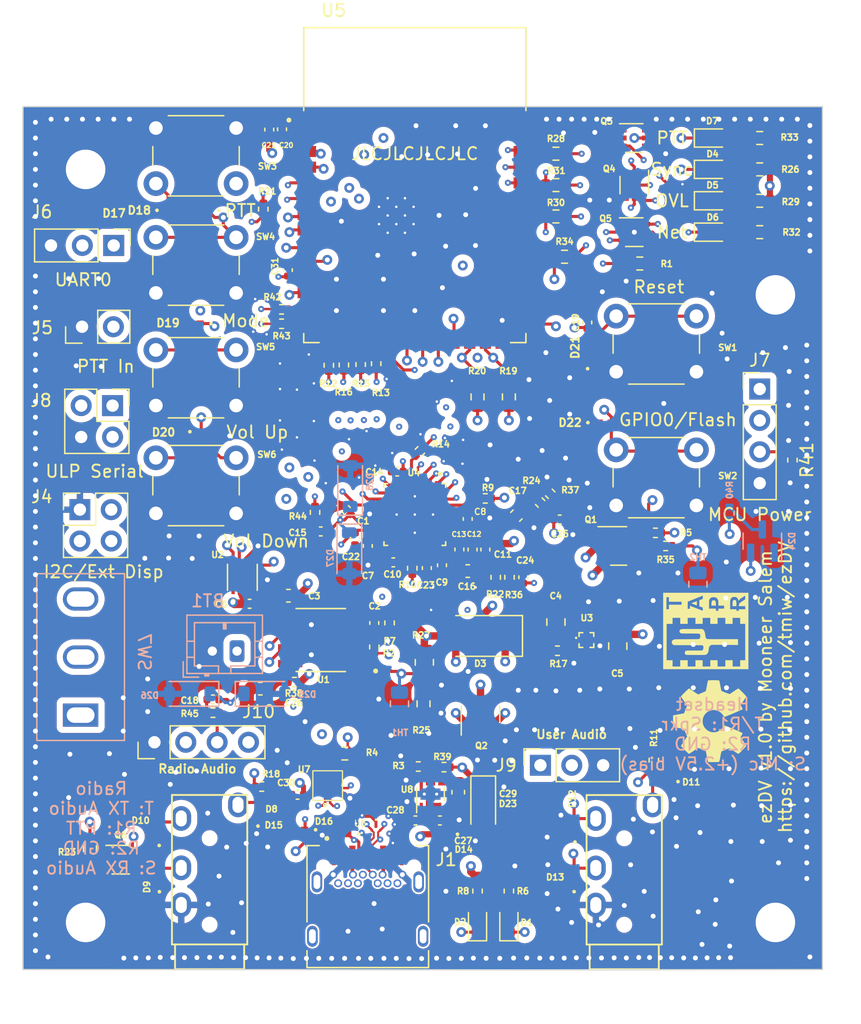
<source format=kicad_pcb>
(kicad_pcb (version 20221018) (generator pcbnew)
  (title_block (title "ezDV") (date "2024-01-01") (rev "v1.0") (company "FreeDV Project"))
  (layers (0 "F.Cu" power "GND Top") (1 "In1.Cu" signal "Sig Top") (2 "In2.Cu" power "GND Middle") (3 "In3.Cu" power "PWR") (4 "In4.Cu" signal "Sig Bottom") (31 "B.Cu" power "GND Bottom") (34 "B.Paste" user) (35 "F.Paste" user) (36 "B.SilkS" user "B.Silkscreen") (37 "F.SilkS" user "F.Silkscreen") (38 "B.Mask" user) (39 "F.Mask" user) (44 "Edge.Cuts" user))
  (net 0 "")
  (net 1 "BAT+")
  (net 2 "GND")
  (net 3 "USBC_VBUS")
  (net 4 "3.3V")
  (net 5 "Net-(D3-K)")
  (net 6 "TLV320_DVDD")
  (net 7 "TLV320_AVDD")
  (net 8 "TLV320_REF")
  (net 9 "TLV320_IN_DETECT")
  (net 10 "TLV320_IN_USER")
  (net 11 "TLV320_OUT_USER")
  (net 12 "User_Jack_Speaker")
  (net 13 "TLV320_OUT_RADIO")
  (net 14 "Radio_Jack_Speaker")
  (net 15 "Radio_Jack_Mic")
  (net 16 "TLV320_IN_RADIO")
  (net 17 "ESP32S3_EN")
  (net 18 "Net-(U4-IN2_L)")
  (net 19 "Net-(U4-IN3_L)")
  (net 20 "Net-(U8-dV{slash}dT)")
  (net 21 "Net-(D1-K)")
  (net 22 "Net-(D1-A)")
  (net 23 "Net-(D2-K)")
  (net 24 "Net-(D2-A)")
  (net 25 "Net-(D4-K)")
  (net 26 "Net-(D4-A)")
  (net 27 "Net-(D5-K)")
  (net 28 "Net-(D5-A)")
  (net 29 "Net-(D6-K)")
  (net 30 "Net-(D6-A)")
  (net 31 "Net-(D7-K)")
  (net 32 "USBC_CC1")
  (net 33 "USB_D+")
  (net 34 "USB_D-")
  (net 35 "Net-(D7-A)")
  (net 40 "USBC_CC2")
  (net 44 "Radio_Jack_PTT")
  (net 50 "TP4056_CE")
  (net 51 "TLV320_OUT_MICBIAS")
  (net 52 "TLV320_IN_MCLK")
  (net 53 "GPIO3_TLV320_MCLK")
  (net 54 "TLV320_IN_DIN")
  (net 55 "GPIO10_TLV320_DIN")
  (net 56 "TLV320_OUT_DOUT")
  (net 57 "GPIO11_TLV320_DOUT")
  (net 58 "TLV320_IO_WCLK")
  (net 59 "GPIO9_TLV320_WCLK")
  (net 60 "TLV320_IO_BCLK")
  (net 61 "GPIO13_TLV320_RESET")
  (net 62 "GPIO48_SCL")
  (net 63 "GPIO47_SDA")
  (net 64 "GPIO4_PTT_IN")
  (net 65 "GPIO21_PTT_OUT")
  (net 66 "GPIO5_MODE_BTN")
  (net 67 "GPIO6_VOL_UP")
  (net 68 "GPIO7_VOL_DOWN")
  (net 69 "GPIO1_SYNC_LED")
  (net 70 "GPIO16_NET_LED")
  (net 71 "GPIO2_OVL_LED")
  (net 72 "GPIO15_PTT_LED")
  (net 73 "GPIO0_BOOT")
  (net 74 "GPIO8_BAT_ALERT")
  (net 76 "GPIO17_PERIPH_PWR")
  (net 81 "ESP32_TXD")
  (net 82 "ESP32_RXD")
  (net 83 "GPIO12_TLV320_MFP4")
  (net 84 "GPIO14_TLV320_MFP5")
  (net 86 "Net-(Q1-G)")
  (net 87 "3.3V_PERIPH")
  (net 90 "Net-(Q3B-B2)")
  (net 91 "TP4056_NTC")
  (net 92 "GPIO18_BOARD_TEMP")
  (net 94 "GPIO46_TLV320_BCLK")
  (net 95 "Net-(Q4A-B1)")
  (net 96 "Net-(Q4B-B2)")
  (net 97 "Net-(Q5A-B1)")
  (net 98 "Net-(Q5B-B2)")
  (net 99 "Net-(Q6A-B1)")
  (net 100 "Net-(U8-ILM)")
  (net 101 "Net-(U4-LDO_SELECT)")
  (net 102 "Net-(C16-Pad2)")
  (net 103 "Net-(C17-Pad2)")
  (net 104 "TP4056_PROG")
  (net 105 "WUSB_OUT1")
  (net 106 "Net-(U3-EN)")
  (net 107 "Net-(U8-~{FLT})")
  (net 108 "Net-(U5-IO19)")
  (net 109 "Net-(U5-IO20)")
  (net 118 "USB_VBUS_FILT")
  (net 123 "Net-(D24-Pad3)")
  (net 126 "Net-(BT1-+)")
  (net 128 "Net-(C15-Pad1)")
  (net 129 "Net-(C18-Pad1)")
  (footprint "ezDV_production:DIO_TPD1E05U06DPYR" (layer "F.Cu") (at 55.75471 86.140742 180)
    (fp_text reference "D19")
    (fp_text value "TPD1E10B06DPYR")
  )
  (footprint "Capacitor_SMD:C_0603_1608Metric" (layer "F.Cu") (at 61.144473 115.694109)
    (fp_text reference "C26")
    (fp_text value "10uF")
  )
  (footprint "Resistor_SMD:R_0603_1608Metric" (layer "F.Cu") (at 85.09 74.93 180)
    (fp_text reference "R31")
    (fp_text value "2.7K")
  )
  (footprint "Connector_PinSocket_2.54mm:PinSocket_1x03_P2.54mm_Vertical" (layer "F.Cu") (at 83.835 121.895 90)
    (fp_text reference "J9")
    (fp_text value "User Audio")
  )
  (footprint "Capacitor_SMD:C_0402_1005Metric" (layer "F.Cu") (at 73.7108 126.365 180)
    (fp_text reference "C28")
    (fp_text value "8.2nF")
  )
  (footprint "Resistor_SMD:R_0402_1005Metric" (layer "F.Cu") (at 80.2132 106.68 -90)
    (fp_text reference "R22")
    (fp_text value "10K")
  )
  (footprint "Capacitor_SMD:C_0402_1005Metric" (layer "F.Cu") (at 62.903458 70.41226 90)
    (fp_text reference "C20")
    (fp_text value "0.1uF")
  )
  (footprint "Resistor_SMD:R_0603_1608Metric" (layer "F.Cu") (at 101.6 78.74 180)
    (fp_text reference "R32")
    (fp_text value "50")
  )
  (footprint "Capacitor_SMD:C_0805_2012Metric" (layer "F.Cu") (at 90.10038 112.25 -90)
    (fp_text reference "C5")
    (fp_text value "1uF 50V")
  )
  (footprint "Capacitor_SMD:C_0402_1005Metric" (layer "F.Cu") (at 60.27415 108.824252)
    (fp_text reference "C6")
    (fp_text value "0.1uF")
  )
  (footprint "Capacitor_SMD:C_0402_1005Metric" (layer "F.Cu") (at 77.94427 101.954784 90)
    (fp_text reference "C8")
    (fp_text value "10uF")
  )
  (footprint "Package_SON:WSON-8-1EP_2x2mm_P0.5mm_EP0.9x1.6mm_ThermalVias" (layer "F.Cu") (at 74.93 124.2314 90)
    (fp_text reference "U8")
    (fp_text value "TPS259533")
  )
  (footprint "Diode_SMD:D_0603_1608Metric" (layer "F.Cu") (at 97.79 76.2)
    (fp_text reference "D5")
    (fp_text value "OVL_LED")
  )
  (footprint "Button_Switch_THT:SW_PUSH_6mm_H4.3mm" (layer "F.Cu") (at 52.684801 97.005463)
    (fp_text reference "SW6")
    (fp_text value "Vol_Down_Button")
  )
  (footprint "Resistor_SMD:R_0402_1005Metric" (layer "F.Cu") (at 69.273538 89.456335 90)
    (fp_text reference "R15")
    (fp_text value "27")
  )
  (footprint "Package_TO_SOT_SMD:SOT-363_SC-70-6" (layer "F.Cu") (at 91.44 78.74)
    (fp_text reference "Q5")
    (fp_text value "MBT3904DW1T1")
  )
  (footprint "Button_Switch_THT:SW_PUSH_6mm_H4.3mm" (layer "F.Cu") (at 89.971542 96.362979)
    (fp_text reference "SW2")
    (fp_text value "ESP32S3 Boot Method")
  )
  (footprint "ezDV_production:DIO_TPD1E05U06DPYR" (layer "F.Cu") (at 60.951347 125.416629 90)
    (fp_text reference "D8")
    (fp_text value "TPD1E10B06DPYR")
  )
  (footprint "Diode_SMD:D_0603_1608Metric" (layer "F.Cu") (at 97.79 78.74)
    (fp_text reference "D6")
    (fp_text value "NET_LED")
  )
  (footprint "Resistor_SMD:R_0603_1608Metric" (layer "F.Cu") (at 81.28 92.075 90)
    (fp_text reference "R19")
    (fp_text value "4.7K")
  )
  (footprint "Capacitor_SMD:C_0402_1005Metric" (layer "F.Cu") (at 74.630316 105.93079 -90)
    (fp_text reference "C23")
    (fp_text value "0.1uF")
  )
  (footprint "Package_TO_SOT_SMD:SOT-23" (layer "F.Cu") (at 90.17 104.14)
    (fp_text reference "Q1")
    (fp_text value "AO3401A")
  )
  (footprint "Package_TO_SOT_SMD:SOT-363_SC-70-6" (layer "F.Cu") (at 91.44 71.12)
    (fp_text reference "Q3")
    (fp_text value "MBT3904DW1T1")
  )
  (footprint "Resistor_SMD:R_0402_1005Metric" (layer "F.Cu") (at 85.214224 112.62597 180)
    (fp_text reference "R17")
    (fp_text value "100K")
  )
  (footprint "Capacitor_SMD:C_0402_1005Metric" (layer "F.Cu") (at 68.104277 101.210713 -45)
    (fp_text reference "C1")
    (fp_text value "33pF 50V")
  )
  (footprint "Resistor_SMD:R_0402_1005Metric" (layer "F.Cu") (at 83.814976 100.629776 135)
    (fp_text reference "R24")
    (fp_text value "10K")
  )
  (footprint "Capacitor_SMD:C_0402_1005Metric" (layer "F.Cu") (at 79.375 104.432186 -90)
    (fp_text reference "C11")
    (fp_text value "10uF")
  )
  (footprint "Capacitor_SMD:C_0402_1005Metric" (layer "F.Cu") (at 57.300656 116.571475)
    (fp_text reference "C18")
    (fp_text value "0.47uF 16V")
  )
  (footprint "ezDV_production:BGA4N35P2X2_64X64X33N" (layer "F.Cu") (at 87.56038 111.76)
    (fp_text reference "U3")
    (fp_text value "NCP167BFCT330T2G")
  )
  (footprint "ezDV_production:IC_ADS125H01IRHBT" (layer "F.Cu") (at 73.66 101.6 -90)
    (fp_text reference "U4")
    (fp_text value "TLV320AIC3254IRHBR")
  )
  (footprint "ezDV_production:DIO_TPD1E05U06DPYR" (layer "F.Cu") (at 64.220161 127.11865 180)
    (fp_text reference "D15")
    (fp_text value "ESD401")
  )
  (footprint "Resistor_SMD:R_0402_1005Metric" (layer "F.Cu") (at 65.576767 101.426287 -90)
    (fp_text reference "R44")
    (fp_text value "200")
  )
  (footprint "MountingHole:MountingHole_3.2mm_M3_Pad" (layer "F.Cu") (at 46.99 73.66)
    (fp_text reference "H1" hide)
    (fp_text value "MountingHole_Pad")
  )
  (footprint "ezDV_production:HRO_TYPE-C-31-M-04" (layer "F.Cu") (at 69.85 129.54)
    (fp_text reference "J1")
    (fp_text value "TYPE-C-31-M-04")
  )
  (footprint "Capacitor_SMD:C_0402_1005Metric" (layer "F.Cu") (at 87.63 86.0552 90)
    (fp_text reference "C19")
    (fp_text value "1uF")
  )
  (footprint "Resistor_SMD:R_0402_1005Metric" (layer "F.Cu") (at 61.384965 76.877534 90)
    (fp_text reference "R21")
    (fp_text value "10K")
  )
  (footprint "ezDV_production:TAPR_logo" (layer "F.Cu") (at 97.230449 111.028274 90)
    (fp_text reference "G***" hide)
    (fp_text value "LOGO" hide)
  )
  (footprint "MountingHole:MountingHole_3.2mm_M3_Pad" (layer "F.Cu") (at 46.99 134.62)
    (fp_text reference "H4" hide)
    (fp_text value "MountingHole_Pad")
  )
  (footprint "ezDV_production:DIO_TPD1E05U06DPYR" (layer "F.Cu") (at 87.6554 88.392 90)
    (fp_text reference "D21")
    (fp_text value "TPD1E10B06DPYR")
  )
  (footprint "Capacitor_SMD:C_0402_1005Metric" (layer "F.Cu") (at 69.85 104.14 -90)
    (fp_text reference "C7")
    (fp_text value "0.1uF")
  )
  (footprint "Resistor_SMD:R_0402_1005Metric" (layer "F.Cu") (at 63.9064 115.1636)
    (fp_text reference "R38")
    (fp_text value "100K")
  )
  (footprint "Diode_SMD:D_0603_1608Metric" (layer "F.Cu") (at 97.79 73.66)
    (fp_text reference "D4")
    (fp_text value "SYNC_LED")
  )
  (footprint "Resistor_SMD:R_0402_1005Metric" (layer "F.Cu") (at 62.865 86.1568)
    (fp_text reference "R43")
    (fp_text value "27")
  )
  (footprint "Capacitor_SMD:C_0402_1005Metric" (layer "F.Cu") (at 66.04059 102.967182)
    (fp_text reference "C15")
    (fp_text value "0.47uF 16V")
  )
  (footprint "Diode_SMD:D_0603_1608Metric" (layer "F.Cu") (at 78.74 134.62 90)
    (fp_text reference "D2")
    (fp_text value "Red")
  )
  (footprint "Resistor_SMD:R_0402_1005Metric" (layer "F.Cu") (at 74.070418 96.474397 45)
    (fp_text reference "R14")
    (fp_text value "27")
  )
  (footprint "Resistor_SMD:R_0603_1608Metric" (layer "F.Cu") (at 101.6 76.2)
    (fp_text reference "R29")
    (fp_text value "50")
  )
  (footprint "ezDV_production:DIO_TPD1E05U06DPYR" (layer "F.Cu") (at 89.0778 94.1578)
    (fp_text reference "D22")
    (fp_text value "TPD1E10B06DPYR")
  )
  (footprint "Resistor_SMD:R_0603_1608Metric" (layer "F.Cu") (at 74.366178 116.922375 -90)
    (fp_text reference "R25")
    (fp_text value "80.6K")
  )
  (footprint "Diode_SMD:D_SOD-123" (layer "F.Cu") (at 79.200482 125.01137 -90)
    (fp_text reference "D23")
    (fp_text value " B5819W SL")
  )
  (footprint "Resistor_SMD:R_0402_1005Metric" (layer "F.Cu") (at 81.28 132.08 90)
    (fp_text reference "R6")
    (fp_text value "1K")
  )
  (footprint "Resistor_SMD:R_0402_1005Metric" (layer "F.Cu") (at 76.0222 122.047 180)
    (fp_text reference "R39")
    (fp_text value "100K")
  )
  (footprint "Resistor_SMD:R_0402_1005Metric" (layer "F.Cu") (at 93.98 104.14)
    (fp_text reference "R35")
    (fp_text value "10K")
  )
  (footprint "Capacitor_SMD:C_0402_1005Metric" (layer "F.Cu") (at 71.916683 105.471471)
    (fp_text reference "C10")
    (fp_text value "10uF")
  )
  (footprint "Diode_SMD:D_0603_1608Metric" (layer "F.Cu") (at 81.28 134.62 90)
    (fp_text reference "D1")
    (fp_text value "Green")
  )
  (footprint "ezDV_production:DIO_TPD1E05U06DPYR" (layer "F.Cu") (at 56.838801 94.894687)
    (fp_text reference "D20")
    (fp_text value "TPD1E10B06DPYR")
  )
  (footprint "Connector_PinHeader_2.54mm:PinHeader_2x02_P2.54mm_Vertical" (layer "F.Cu") (at 46.527766 101.202271)
    (fp_text reference "J4")
    (fp_text value "I2C Breakout")
  )
  (footprint "Resistor_SMD:R_0402_1005Metric" (layer "F.Cu") (at 70.529595 89.38569 90)
    (fp_text reference "R13")
    (fp_text value "27")
  )
  (footprint "Resistor_SMD:R_0805_2012Metric" (layer "F.Cu") (at 74.431525 113.564379 -90)
    (fp_text reference "R27")
    (fp_text value "4.87K")
  )
  (footprint "ezDV_production:QFN1616-12L" (layer "F.Cu") (at 66.5988 123.543048 90)
    (fp_text reference "U7")
    (fp_text value "WUSB3801")
  )
  (footprint "ezDV_production:SOP127P600X175-9N" (layer "F.Cu") (at 66.04 111.76 180)
    (fp_text reference "U1")
    (fp_text value "TP4056")
  )
  (footprint "ezDV_production:DIO_TPD1E05U06DPYR" (layer "F.Cu") (at 54.172908 76.970462)
    (fp_text reference "D17")
    (fp_text value "TPD1E10B06DPYR")
  )
  (footprint "Resistor_SMD:R_0402_1005Metric" (layer "F.Cu") (at 73.9394 121.9962 180)
    (fp_text reference "R3")
    (fp_text value "1300")
  )
  (footprint "Resistor_SMD:R_0603_1608Metric" (layer "F.Cu") (at 101.6 71.12)
    (fp_text reference "R33")
    (fp_text value "50")
  )
  (footprint "Package_TO_SOT_SMD:SOT-23" (layer "F.Cu") (at 78.98 117.7775 90)
    (fp_text reference "Q2")
    (fp_text value "AO3401A")
  )
  (footprint "Capacitor_SMD:C_0402_1005Metric" (layer "F.Cu") (at 85.3948 102.0064 180)
    (fp_text reference "C25")
    (fp_text value "47nF 50V")
  )
  (footprint "Capacitor_SMD:C_0805_2012Metric" (layer "F.Cu") (at 85.09 110.301992 90)
    (fp_text reference "C4")
    (fp_text value "1uF 50V")
  )
  (footprint "Capacitor_SMD:C_0402_1005Metric" (layer "F.Cu") (at 75.692 126.365 180)
    (fp_text reference "C27")
    (fp_text value "0.1uF")
  )
  (footprint "Capacitor_SMD:C_0603_1608Metric" (layer "F.Cu") (at 77.945997 106.176829)
    (fp_text reference "C16")
    (fp_text value "47uF")
  )
  (footprint "ezDV_production:SON50P200X200X80-9N" (layer "F.Cu") (at 59.69 106.68 90)
    (fp_text reference "U2")
    (fp_text value "MAX17048G+T10")
  )
  (footprint "Capacitor_SMD:C_0603_1608Metric" (layer "F.Cu") (at 81.887026 101.688388 45)
    (fp_text reference "C17")
    (fp_text value "47uF")
  )
  (footprint "Button_Switch_THT:SW_PUSH_6mm_H4.3mm" (layer "F.Cu") (at 89.971542 85.54135)
    (fp_text reference "SW1")
    (fp_text value "ESP32S3 Reset")
  )
  (footprint "Connector_PinHeader_2.54mm:PinHeader_1x04_P2.54mm_Vertical" (layer "F.Cu") (at 52.567724 120.034477 90)
    (fp_text reference "J10")
    (fp_text value "Radio Audio")
  )
  (footprint "Resistor_SMD:R_0402_1005Metric" (layer "F.Cu") (at 61.257174 123.61894)
    (fp_text reference "R18")
    (fp_text value "10K")
  )
  (footprint "Resistor_SMD:R_0603_1608Metric" (layer "F.Cu") (at 85.09 77.47 180)
    (fp_text reference "R30")
    (fp_text value "2.7K")
  )
  (footprint "ezDV_production:DIO_TPD1E05U06DPYR" (layer "F.Cu") (at 52.97023 130.733547 90)
    (fp_text reference "D9")
    (fp_text value "TPD1E10B06DPYR")
  )
  (footprint "Resistor_SMD:R_0402_1005Metric" (layer "F.Cu") (at 71.614218 110.371194 -90)
    (fp_text reference "R7")
    (fp_text value "100K")
  )
  (footprint "Resistor_SMD:R_0603_1608Metric" (layer "F.Cu") (at 101.6 73.66)
    (fp_text reference "R26")
    (fp_text value "50")
  )
  (footprint "Resistor_SMD:R_0603_1608Metric" (layer "F.Cu") (at 67.98822 120.944082 180)
    (fp_text reference "R4")
    (fp_text value "2.7K")
  )
  (footprint "Resistor_SMD:R_0402_1005Metric" (layer "F.Cu") (at 67.913062 89.492129 90)
    (fp_text reference "R16")
    (fp_text value "27")
  )
  (footprint "Capacitor_SMD:C_0402_1005Metric" (layer "F.Cu") (at 68.814864 103.564586 -90)
    (fp_text reference "C22")
    (fp_text value "33pF 50V")
  )
  (footprint "Connector_PinHeader_2.54mm:PinHeader_1x04_P2.54mm_Vertical" (layer "F.Cu") (at 101.6 91.44)
    (fp_text reference "J7")
    (fp_text value "MCU Power")
  )
  (footprint "ezDV_production:DIO_TPD1E05U06DPYR" (layer "F.Cu") (at 86.637592 126.711477 90)
    (fp_text reference "D12")
    (fp_text value "TPD1E10B06DPYR")
  )
  (footprint "Connector_PinHeader_2.54mm:PinHeader_1x03_P2.54mm_Vertical" (layer "F.Cu") (at 49.266846 79.817805 -90)
    (fp_text reference "J6")
    (fp_text value "ESP32_UART0")
  )
  (footprint "Capacitor_SMD:C_0402_1005Metric" (layer "F.Cu") (at 75.860313 105.705368 -90)
    (fp_text reference "C9")
    (fp_text value "10uF")
  )
  (footprint "Resistor_SMD:R_0402_1005Metric" (layer "F.Cu") (at 93.148186 103.082369 180)
    (fp_text reference "R5")
    (fp_text value "10K")
  )
  (footprint "Resistor_SMD:R_0402_1005Metric" (layer "F.Cu") (at 62.865 84.9884)
    (fp_text reference "R42")
    (fp_text value "27")
  )
  (footprint "ezDV_production:DIO_TPD1E05U06DPYR" (layer "F.Cu") (at 56.384608 76.981304 180)
    (fp_text reference "D18")
    (fp_text value "TPD1E10B06DPYR")
  )
  (footprint "Capacitor_SMD:C_0603_1608Metric" (layer "F.Cu") (at 63.419947 108.172064 180)
    (fp_text reference "C3")
    (fp_text value "10uF")
  )
  (footprint "Capacitor_SMD:C_0402_1005Metric" (layer "F.Cu") (at 77.270317 104.423747 -90)
    (fp_text reference "C13")
    (fp_text value "0.1uF")
  )
  (footprint "ezDV_production:IC_ESD122DMXR" (layer "F.Cu") (at 70.5104 127.0109 -90)
    (fp_text reference "U6")
    (fp_text value "ESD122DMXR")
  )
  (footprint "Resistor_SMD:R_0603_1608Metric" (layer "F.Cu") (at 85.09 72.39 180)
    (fp_text reference "R28")
    (fp_text value "2.7K")
  )
  (footprint "Symbol:OSHW-Symbol_6.7x6mm_SilkScreen" (layer "F.Cu") (at 97.557622 118.335128 90)
    (fp_text reference "REF**" hide)
    (fp_text value "OSHW-Symbol_6.7x6mm_SilkScreen" hide)
  )
  (footprint "Button_Switch_THT:SW_PUSH_6mm_H4.3mm" (layer "F.Cu") (at 52.684801 88.275773)
    (fp_text reference "SW5")
    (fp_text value "Vol_Up_Button")
  )
  (footprint "Resistor_SMD:R_0402_1005Metric" (layer "F.Cu") (at 93.021077 121.486195 90)
    (fp_text reference "R11")
    (fp_text value "10K")
  )
  (footprint "Resistor_SMD:R_0402_1005Metric" (layer "F.Cu") (at 66.69255 89.516297 90)
    (fp_text reference "R12")
    (fp_text value "10")
  )
  (footprint "Capacitor_SMD:C_0402_1005Metric" (layer "F.Cu") (at 70.37432 110.374866 90)
    (fp_text reference "C2")
    (fp_text value "100nF 50V")
  )
  (footprint "ezDV_production:DIO_TPD1E05U06DPYR" (layer "F.Cu") (at 93.580448 123.217583 180)
    (fp_text reference "D11")
    (fp_text value "TPD1E10B06DPYR")
  )
  (footprint "ezDV_production:DIO_TPD1E05U06DPYR" (layer "F.Cu") (at 52.951618 126.988086 90)
    (fp_text reference "D10")
    (fp_text value "TPD1E10B06DPYR")
  )
  (footprint "Capacitor_SMD:C_0402_1005Metric" (layer "F.Cu") (at 64.1604 124.2822 180)
    (fp_text reference "C30")
    (fp_text value "0.1uF")
  )
  (footprint "Capacitor_SMD:C_0603_1608Metric" (layer "F.Cu") (at 77.174515 124.075322 -90)
    (fp_text reference "C29")
    (fp_text value "10uF")
  )
  (footprint "Connector_PinHeader_2.54mm:PinHeader_2x02_P2.54mm_Vertical" (layer "F.Cu") (at 49.172518 92.783396 -90)
    (fp_text reference "J8")
    (fp_text value "ULP Serial")
  )
  (footprint "Resistor_SMD:R_0603_1608Metric" (layer "F.Cu") (at 91.885 81.28)
    (fp_text reference "R1")
    (fp_text value "2.7K")
  )
  (footprint "Package_TO_SOT_SMD:SOT-363_SC-70-6" (layer "F.Cu") (at 91.44 74.93 -90)
    (fp_text reference "Q4")
    (fp_text value "MBT3904DW1T1")
  )
  (footprint "ezDV_production:XCVR_ESP32S3WROOM1N8R8" (layer "F.Cu") (at 73.66 74.93)
    (fp_text reference "U5")
    (fp_text value "ESP32-S3-WROOM-1-N16R8")
  )
  (footprint "Package_TO_SOT_SMD:SOT-363_SC-70-6" (layer "F.Cu") (at 49.8348 129.54)
    (fp_text reference "Q6")
    (fp_text value "MBT3904DW1T1")
  )
  (footprint "Resistor_SMD:R_0603_1608Metric" (layer "F.Cu") (at 78.74 92.075 90)
    (fp_text reference "R20")
    (fp_text value "4.7K")
  )
  (footprint "Connector_PinHeader_2.54mm:PinHeader_1x02_P2.54mm_Vertical" (layer "F.Cu") (at 46.702489 86.396733 90)
    (fp_text reference "J5")
    (fp_text value "PTT Breakout")
  )
  (footprint "Capacitor_SMD:C_0402_1005Metric" (layer "F.Cu") (at 72.232189 98.116468 180)
    (fp_text reference "C14")
    (fp_text value "0.1uF")
  )
  (footprint "MountingHole:MountingHole_3.2mm_M3_Pad" (layer "F.Cu") (at 102.87 83.82)
    (fp_text reference "H3" hide)
    (fp_text value "MountingHole_Pad")
  )
  (footprint "Keebio-Parts:TRRS-PJ-320A" (layer "F.Cu") (at 90.623338 136.407922 180)
    (fp_text reference "J3")
    (fp_text value "User_Jack")
  )
  (footprint "Resistor_SMD:R_0603_1608Metric" (layer "F.Cu") (at 47.342833 128.653099 90)
    (fp_text reference "R23")
    (fp_text value "2.7K")
  )
  (footprint "Resistor_SMD:R_0402_1005Metric" (layer "F.Cu") (at 104.249969 97.188974 -90)
    (fp_text reference "R41")
    (fp_text value "330K")
  )
  (footprint "Resistor_SMD:R_0402_1005Metric" (layer "F.Cu") (at 78.74 132.08 90)
    (fp_text reference "R8")
    (fp_text value "1K")
  )
  (footprint "Capacitor_SMD:C_0402_1005Metric" (layer "F.Cu") (at 63.373 81.8134 -90)
    (fp_text reference "C31")
    (fp_text value "0.1uF")
  )
  (footprint "Resistor_SMD:R_0402_1005Metric" (layer "F.Cu") (at 57.309016 117.639179 180)
    (fp_text reference "R45")
    (fp_text value "200")
  )
  (footprint "ezDV_production:DIO_TPD1E05U06DPYR" (layer "F.Cu") (at 67.718108 127.474051 180)
    (fp_text reference "D16")
    (fp_text value "ESD401")
  )
  (footprint "ezDV_production:DIO_TPD1E05U06DPYR" (layer "F.Cu") (at 75.7174 127.4826 180)
    (fp_text reference "D14")
    (fp_text value "TPD1E10B06DPYR")
  )
  (footprint "Keebio-Parts:TRRS-PJ-320A" (layer "F.Cu") (at 57.036081 136.400603 180)
    (fp_text reference "J2")
    (fp_text value "Radio_Jack")
  )
  (footprint "Diode_SMD:D_SMA" (layer "F.Cu") (at 78.98 111.4275 180)
    (fp_text reference "D3")
    (fp_text value "SS34")
  )
  (footprint "MountingHole:MountingHole_3.2mm_M3_Pad" (layer "F.Cu") (at 102.87 134.62)
    (fp_text reference "H2" hide)
    (fp_text value "MountingHole_Pad")
  )
  (footprint "Resistor_SMD:R_0402_1005Metric" (layer "F.Cu") (at 84.6328 99.9236 -45)
    (fp_text reference "R37")
    (fp_text value "100")
  )
  (footprint "Button_Switch_THT:SW_PUSH_6mm_H4.3mm" (layer "F.Cu") (at 52.684801 79.160557)
    (fp_text reference "SW4")
    (fp_text value "Mode_Button")
  )
  (footprint "Button_Switch_THT:SW_PUSH_6mm_H4.3mm" (layer "F.Cu") (at 59.185228 74.810672 180)
    (fp_text reference "SW3")
    (fp_text value "PTT_Button")
  )
  (footprint "Capacitor_SMD:C_0402_1005Metric" (layer "F.Cu") (at 61.870821 70.435804 90)
    (fp_text reference "C21")
    (fp_text value "10uF")
  )
  (footprint "Resistor_SMD:R_0402_1005Metric" (layer "F.Cu") (at 70.3834 112.3188 90)
    (fp_text reference "R2")
    (fp_text value "5.1K")
  )
  (footprint "ezDV_production:DIO_TPD1E05U06DPYR" (layer "F.Cu") (at 86.562134 130.726996 90)
    (fp_text reference "D13")
    (fp_text value "TPD1E10B06DPYR")
  )
  (footprint "Resistor_SMD:R_0603_1608Metric" (layer "F.Cu") (at 85.789769 80.730547 180)
    (fp_text reference "R34")
    (fp_text value "2.7K")
  )
  (footprint "Resistor_SMD:R_0402_1005Metric" (layer "F.Cu") (at 81.3308 106.68 -90)
    (fp_text reference "R36")
    (fp_text value "100")
  )
  (footprint "Resistor_SMD:R_0402_1005Metric" (layer "F.Cu") (at 79.368068 100.293756 180)
    (fp_text reference "R9")
    (fp_text value "4.7K")
  )
  (footprint "Capacitor_SMD:C_0402_1005Metric" (layer "F.Cu") (at 82.4484 106.68 -90)
    (fp_text reference "C24")
    (fp_text value "47nF 50V")
  )
  (footprint "Capacitor_SMD:C_0402_1005Metric" (layer "F.Cu") (at 78.337013 104.430801 -90)
    (fp_text reference "C12")
    (fp_text value "1uF")
  )
  (footprint "Resistor_SMD:R_0402_1005Metric" (layer "F.Cu") (at 73.452507 105.947293 -90)
    (fp_text reference "R10")
    (fp_text value "2.2K")
  )
  (footprint "Diode_SMD:D_0603_1608Metric" (layer "F.Cu") (at 97.79 71.12)
    (fp_text reference "D7")
    (fp_text value "PTT_LED")
  )
  (footprint "Diode_SMD:D_SOD-123" (layer "B.Cu") (at 68.356026 104.730986 -90)
    (fp_text reference "D27")
    (fp_text value "BZT52C2V0")
  )
  (footprint "Resistor_SMD:R_0402_1005Metric" (layer "B.Cu") (at 99.140859 101.493412 90)
    (fp_text reference "R40")
    (fp_text value "220K")
  )
  (footprint "Diode_SMD:D_SOD-123" (layer "B.Cu") (at 68.421541 99.293428 90)
    (fp_text reference "D28")
    (fp_text value "MBR0530T3G")
  )
  (footprint "Resistor_SMD:R_0805_2012Metric" (layer "B.Cu") (at 72.41688 116.920493 90)
    (fp_text reference "TH1")
    (fp_text value "SDNT2012X103F3950FTF")
  )
  (footprint "Diode_SMD:D_SOD-123" (layer "B.Cu") (at 55.420304 116.114719 180)
    (fp_text reference "D26")
    (fp_text value "MBR0530T3G")
  )
  (footprint "ezDV_production:SS-12D10L3" (layer "B.Cu") (at 46.588318 113.138153 90)
    (fp_text reference "SW7")
    (fp_text value "SS-12D10-G030")
  )
  (footprint "Package_TO_SOT_SMD:SOT-23" (layer "B.Cu") (at 101.811074 103.750321 90)
    (fp_text reference "D24")
    (fp_text value "BAT54A")
  )
  (footprint "Connector_JST:JST_PH_B2B-PH-K_1x02_P2.00mm_Vertical" (layer "B.Cu") (at 57.25566 112.65415)
    (fp_text reference "BT1")
    (fp_text value "Battery")
  )
  (footprint "Diode_SMD:D_SOD-123" (layer "B.Cu") (at 61.474359 116.114719)
    (fp_text reference "D25")
    (fp_text value "BZT52C2V0")
  )
  (footprint "Resistor_SMD:R_0805_2012Metric" (layer "B.Cu") (at 96.592242 107.240134 -90)
    (fp_text reference "TH2")
    (fp_text value "SDNT2012X103F3950FTF")
  )
  (gr_line (start 82.273338 138.465133) (end 66.153431 138.440611) (stroke (width 0.1)) (layer "Edge.Cuts"))
  (gr_line (start 41.91 68.58) (end 106.68 68.58) (stroke (width 0.1)) (layer "Edge.Cuts"))
  (gr_line (start 41.91 138.43) (end 41.91 68.58) (stroke (width 0.1)) (layer "Edge.Cuts"))
  (gr_line (start 66.153431 138.440611) (end 41.91 138.43) (stroke (width 0.1)) (layer "Edge.Cuts"))
  (gr_line (start 106.68 68.58) (end 106.68 138.43) (stroke (width 0.1)) (layer "Edge.Cuts"))
  (gr_line (start 82.273338 138.465133) (end 106.68 138.43) (stroke (width 0.1)) (layer "Edge.Cuts"))
  (gr_text "Radio\nT: TX Audio\nR1: PTT\nR2: GND\nS: RX Audio" (at 48.26 127) (layer "B.SilkS") (effects (font (size 1 1)) (justify mirror)))
  (gr_text "Headset\nT/R1: Spkr\nR2: GND\nS: Mic (+2.5V bias)" (at 97.79 119.38) (layer "B.SilkS") (effects (font (size 1 1)) (justify mirror)))
  (gr_text "Net" (at 94.5 78.74) (layer "F.SilkS") (effects (font (size 1 1))))
  (gr_text "JLCJLCJLCJLC" (at 73.66 72.39) (layer "F.SilkS") (effects (font (size 1 1))))
  (gr_text "UART0" (at 46.797513 82.599954) (layer "F.SilkS") (effects (font (size 1 1))))
  (gr_text "MCU Power" (at 101.6 101.6) (layer "F.SilkS") (effects (font (size 1 1))))
  (gr_text "I2C/Ext Disp" (at 48.450545 106.233586) (layer "F.SilkS") (effects (font (size 1 1))))
  (gr_text "Vol Up" (at 60.905596 94.927521) (layer "F.SilkS") (effects (font (size 1 1))))
  (gr_text "GPIO0/Flash" (at 94.9706 93.9292) (layer "F.SilkS") (effects (font (size 1 1))))
  (gr_text "Mode" (at 59.968179 85.917055) (layer "F.SilkS") (effects (font (size 1 1))))
  (gr_text "Reset" (at 93.422369 83.180317) (layer "F.SilkS") (effects (font (size 1 1))))
  (gr_text "PTT In" (at 48.626708 89.605119) (layer "F.SilkS") (effects (font (size 1 1))))
  (gr_text "Vol Down" (at 61.627517 103.748494) (layer "F.SilkS") (effects (font (size 1 1))))
  (gr_text "PTT" (at 94.5 71.12) (layer "F.SilkS") (effects (font (size 1 1))))
  (gr_text "ULP Serial" (at 47.719243 98.100212) (layer "F.SilkS") (effects (font (size 1 1))))
  (gr_text "OVL" (at 94.5 76.2) (layer "F.SilkS") (effects (font (size 1 1))))
  (gr_text "PTT" (at 59.513937 77.002553) (layer "F.SilkS") (effects (font (size 1 1))))
  (gr_text "ezDV v1.0 by Mooneer Salem\nhttps://github.com/tmiw/ezDV" (at 102.87 115.57 90) (layer "F.SilkS") (effects (font (size 1 1))))
  (gr_text "User Audio" (at 86.36 119.397822) (layer "F.SilkS") (effects (font (size 0.7 0.7))))
  (gr_text "Sync" (at 94.5 73.66) (layer "F.SilkS") (effects (font (size 1 1))))
  (gr_text "Radio Audio" (at 56.040929 122.188193) (layer "F.SilkS") (effects (font (size 0.7 0.7))))
  (segment (start 64.991818 107.375193) (end 64.194947 108.172064) (width 0.55) (layer "F.Cu") (net 1))
  (segment (start 64.779552 124.143048) (end 64.6404 124.2822) (width 0.1) (layer "F.Cu") (net 1))
  (segment (start 78.98 116.84) (end 78.98 115.367769) (width 0.6) (layer "F.Cu") (net 1))
  (segment (start 64.6404 124.2822) (end 64.754552 124.168048) (width 0.25) (layer "F.Cu") (net 1))
  (segment (start 64.6404 123.6192) (end 64.6404 124.2822) (width 0.4) (layer "F.Cu") (net 1))
  (segment (start 59.032797 108.824252) (end 59.79415 108.824252) (width 0.7) (layer "F.Cu") (net 1))
  (segment (start 64.991818 107.166457) (end 64.991818 107.375193) (width 0.25) (layer "F.Cu") (net 1))
  (segment (start 65.7988 124.143048) (end 64.779552 124.143048) (width 0.2) (layer "F.Cu") (net 1))
  (segment (start 64.3382 123.317) (end 64.6404 123.6192) (width 0.4) (layer "F.Cu") (net 1))
  (segment (start 58.918172 108.709627) (end 59.032797 108.824252) (width 0.7) (layer "F.Cu") (net 1))
  (segment (start 65.177318 107.185984) (end 65.177318 107.189693) (width 0.25) (layer "F.Cu") (net 1))
  (segment (start 64.296175 108.372761) (end 64.296175 109.123825) (width 0.55) (layer "F.Cu") (net 1))
  (segment (start 78.98 115.367769) (end 78.981434 115.366335) (width 0.6) (layer "F.Cu") (net 1))
  (segment (start 64.296175 109.123825) (end 63.565 109.855) (width 0.55) (layer "F.Cu") (net 1))
  (via (at 64.991818 107.166457) (size 0.8) (drill 0.4) (layers "F.Cu" "B.Cu") (net 1))
  (via (at 58.918172 108.709627) (size 0.8) (drill 0.4) (layers "F.Cu" "B.Cu") (net 1))
  (via (at 64.3382 123.317) (size 0.8) (drill 0.4) (layers "F.Cu" "B.Cu") (net 1))
  (via (at 78.981434 115.366335) (size 0.8) (drill 0.4) (layers "F.Cu" "B.Cu") (net 1))
  (segment (start 91.44 78.965) (end 91.865 79.39) (width 0.25) (layer "F.Cu") (net 2))
  (segment (start 74.68 125.1814) (end 74.68 124.4814) (width 0.25) (layer "F.Cu") (net 2))
  (segment (start 71.752189 98.124077) (end 72.41 98.781888) (width 0.25) (layer "F.Cu") (net 2))
  (segment (start 87.73538 111.935) (end 88.031282 112.230902) (width 0.13) (layer "F.Cu") (net 2))
  (segment (start 59.94 105.16) (end 60.96 104.14) (width 0.25) (layer "F.Cu") (net 2))
  (segment (start 74.18 123.2814) (end 74.18 123.9814) (width 0.25) (layer "F.Cu") (net 2))
  (segment (start 62.903458 69.93226) (end 63.165718 69.67) (width 0.5) (layer "F.Cu") (net 2))
  (segment (start 71.436683 105.471471) (end 71.436683 104.853776) (width 0.25) (layer "F.Cu") (net 2))
  (segment (start 72.6 130.7) (end 72.65 130.75) (width 0.2) (layer "F.Cu") (net 2))
  (segment (start 68.4022 124.5616) (end 67.983648 124.143048) (width 0.2) (layer "F.Cu") (net 2))
  (segment (start 76.06 101.85) (end 76.901305 101.85) (width 0.25) (layer "F.Cu") (net 2))
  (segment (start 70.094388 126.031378) (end 70.5104 126.44739) (width 0.24) (layer "F.Cu") (net 2))
  (segment (start 70.5104 126.44739) (end 70.5104 126.8609) (width 0.24) (layer "F.Cu") (net 2))
  (segment (start 92.39 71.77) (end 93.36 71.77) (width 0.2) (layer "F.Cu") (net 2))
  (segment (start 59.94 105.695) (end 59.94 106.43) (width 0.25) (layer "F.Cu") (net 2))
  (segment (start 59.94 105.695) (end 59.94 105.16) (width 0.25) (layer "F.Cu") (net 2))
  (segment (start 59.924875 106.68) (end 60.44 107.195125) (width 0.25) (layer "F.Cu") (net 2))
  (segment (start 91.865 79.39) (end 92.39 79.39) (width 0.25) (layer "F.Cu") (net 2))
  (segment (start 88.031282 112.230902) (end 88.653082 112.230902) (width 0.25) (layer "F.Cu") (net 2))
  (segment (start 92.39 73.98) (end 93.98 72.39) (width 0.2) (layer "F.Cu") (net 2))
  (segment (start 60.44 107.195125) (end 60.44 107.665) (width 0.25) (layer "F.Cu") (net 2))
  (segment (start 59.455125 106.68) (end 59.69 106.68) (width 0.25) (layer "F.Cu") (net 2))
  (segment (start 71.26 101.35) (end 70.456346 101.35) (width 0.2) (layer "F.Cu") (net 2))
  (segment (start 58.94 107.665) (end 58.94 107.195125) (width 0.25) (layer "F.Cu") (net 2))
  (segment (start 71.91 104.380459) (end 71.91 104) (width 0.25) (layer "F.Cu") (net 2))
  (segment (start 90.79 78.09) (end 91.44 78.74) (width 0.2) (layer "F.Cu") (net 2))
  (segment (start 59.69 106.68) (end 59.924875 106.68) (width 0.25) (layer "F.Cu") (net 2))
  (segment (start 90.49 78.09) (end 90.79 78.09) (width 0.2) (layer "F.Cu") (net 2))
  (segment (start 88.653082 112.230902) (end 88.656044 112.22794) (width 0.25) (layer "F.Cu") (net 2))
  (segment (start 72.41 98.781888) (end 72.41 99.2) (width 0.25) (layer "F.Cu") (net 2))
  (segment (start 91.44 78.74) (end 91.44 78.965) (width 0.25) (layer "F.Cu") (net 2))
  (segment (start 74.18 123.9814) (end 74.43 124.2314) (width 0.25) (layer "F.Cu") (net 2))
  (segment (start 67.983648 124.143048) (end 67.3988 124.143048) (width 0.2) (layer "F.Cu") (net 2))
  (segment (start 48.895 132.715) (end 46.99 134.62) (width 0.4) (layer "F.Cu") (net 2))
  (segment (start 77.486089 102.434784) (end 77.94427 102.434784) (width 0.25) (layer "F.Cu") (net 2))
  (segment (start 92.09 73.98) (end 92.39 73.98) (width 0.2) (layer "F.Cu") (net 2))
  (segment (start 93.36 71.77) (end 93.98 72.39) (width 0.2) (layer "F.Cu") (net 2))
  (segment (start 63.165718 69.67) (end 64.91 69.67) (width 0.5) (layer "F.Cu") (net 2))
  (segment (start 65.7988 122.951887) (end 65.7988 123.643048) (width 0.4) (layer "F.Cu") (net 2))
  (segment (start 74.68 124.4814) (end 74.93 124.2314) (width 0.25) (layer "F.Cu") (net 2))
  (segment (start 71.436683 104.853776) (end 71.91 104.380459) (width 0.25) (layer "F.Cu") (net 2))
  (segment (start 70.456346 101.35) (end 70.326346 101.48) (width 0.2) (layer "F.Cu") (net 2))
  (segment (start 69.539004 126.031378) (end 70.094388 126.031378) (width 0.24) (layer "F.Cu") (net 2))
  (segment (start 59.94 106.43) (end 59.69 106.68) (width 0.25) (layer "F.Cu") (net 2))
  (segment (start 80.645 86.995) (end 80.645 87.43) (width 0.25) (layer "F.Cu") (net 2))
  (segment (start 76.901305 101.85) (end 77.486089 102.434784) (width 0.25) (layer "F.Cu") (net 2))
  (segment (start 58.94 107.195125) (end 59.455125 106.68) (width 0.25) (layer "F.Cu") (net 2))
  (via (at 104.0892 122.174) (size 0.8) (drill 0.4) (layers "F.Cu" "B.Cu") (net 2))
  (via (at 57.799367 130.871834) (size 0.8) (drill 0.4) (layers "F.Cu" "B.Cu") (net 2))
  (via (at 86.36 134.62) (size 0.8) (drill 0.4) (layers "F.Cu" "B.Cu") (net 2))
  (via (at 105.41 98.044) (size 0.8) (drill 0.4) (layers "F.Cu" "B.Cu") (net 2))
  (via (at 105.41 99.314) (size 0.8) (drill 0.4) (layers "F.Cu" "B.Cu") (net 2))
  (via (at 95.341278 74.858912) (size 0.5) (drill 0.2) (layers "F.Cu" "B.Cu") (net 2))
  (via (at 105.41 92.964) (size 0.8) (drill 0.4) (layers "F.Cu" "B.Cu") (net 2))
  (via (at 42.926 128.016) (size 0.8) (drill 0.4) (layers "F.Cu" "B.Cu") (net 2))
  (via (at 71.018232 135.151344) (size 0.8) (drill 0.4) (layers "F.Cu" "B.Cu") (net 2))
  (via (at 89.804928 137.484408) (size 0.8) (drill 0.4) (layers "F.Cu" "B.Cu") (net 2))
  (via (at 96.6216 133.7564) (size 0.8) (drill 0.4) (layers "F.Cu" "B.Cu") (net 2))
  (via (at 60.882525 137.486203) (size 0.8) (drill 0.4) (layers "F.Cu" "B.Cu") (net 2))
  (via (at 75.1332 107.4928) (size 0.5) (drill 0.2) (layers "F.Cu" "B.Cu") (net 2))
  (via (at 82.731873 137.492345) (size 0.8) (drill 0.4) (layers "F.Cu" "B.Cu") (net 2))
  (via (at 67.971608 137.526647) (size 0.8) (drill 0.4) (layers "F.Cu" "B.Cu") (net 2))
  (via (at 55.980703 122.354361) (size 0.8) (drill 0.4) (layers "F.Cu" "B.Cu") (net 2))
  (via (at 42.926 107.696) (size 0.8) (drill 0.4) (layers "F.Cu" "B.Cu") (net 2))
  (via (at 105.41 124.714) (size 0.8) (drill 0.4) (layers "F.Cu" "B.Cu") (net 2))
  (via (at 88.656044 112.22794) (size 0.8) (drill 0.4) (layers "F.Cu" "B.Cu") (net 2))
  (via (at 42.926 89.916) (size 0.8) (drill 0.4) (layers "F.Cu" "B.Cu") (net 2))
  (via (at 46.736 69.596) (size 0.8) (drill 0.4) (layers "F.Cu" "B.Cu") (net 2))
  (via (at 65.4812 94.0308) (size 0.5) (drill 0.2) (layers "F.Cu" "B.Cu") (net 2))
  (via (at 105.41 104.394) (size 0.8) (drill 0.4) (layers "F.Cu" "B.Cu") (net 2))
  (via (at 80.132101 121.48962) (size 0.8) (drill 0.4) (layers "F.Cu" "B.Cu") (net 2))
  (via (at 46.228 89.5604) (size 0.8) (drill 0.4) (layers "F.Cu" "B.Cu") (net 2))
  (via (at 101.8032 128.0668) (size 0.8) (drill 0.4) (layers "F.Cu" "B.Cu") (net 2))
  (via (at 61.853488 137.486203) (size 0.8) (drill 0.4) (layers "F.Cu" "B.Cu") (net 2))
  (via (at 50.085411 137.505622) (size 0.8) (drill 0.4) (layers "F.Cu" "B.Cu") (net 2))
  (via (at 85.4964 125.9332) (size 0.8) (drill 0.4) (layers "F.Cu" "B.Cu") (net 2))
  (via (at 101.2444 108.3056) (size 0.8) (drill 0.4) (layers "F.Cu" "B.Cu") (net 2))
  (via (at 105.41 123.444) (size 0.8) (drill 0.4) (layers "F.Cu" "B.Cu") (net 2))
  (via (at 76.6572 90.7796) (size 0.5) (drill 0.2) (layers "F.Cu" "B.Cu") (net 2))
  (via (at 87.756033 137.492945) (size 0.8) (drill 0.4) (layers "F.Cu" "B.Cu") (net 2))
  (via (at 103.9368 101.346) (size 0.8) (drill 0.4) (layers "F.Cu" "B.Cu") (net 2))
  (via (at 52.066176 137.486203) (size 0.8) (drill 0.4) (layers "F.Cu" "B.Cu") (net 2))
  (via (at 91.805959 106.330598) (size 0.8) (drill 0.4) (layers "F.Cu" "B.Cu") (net 2))
  (via (at 80.985924 119.919966) (size 0.8) (drill 0.4) (layers "F.Cu" "B.Cu") (net 2))
  (via (at 62.737358 93.98) (size 0.5) (drill 0.2) (layers "F.Cu" "B.Cu") (net 2))
  (via (at 69.998208 101.552105) (size 0.8) (drill 0.4) (layers "F.Cu" "B.Cu") (net 2))
  (via (at 64.877457 137.526647) (size 0.8) (drill 0.4) (layers "F.Cu" "B.Cu") (net 2))
  (via (at 95.439391 137.492945) (size 0.8) (drill 0.4) (layers "F.Cu" "B.Cu") (net 2))
  (via (at 92.964 108.5596) (size 0.8) (drill 0.4) (layers "F.Cu" "B.Cu") (net 2))
  (via (at 42.926 120.396) (size 0.8) (drill 0.4) (layers "F.Cu" "B.Cu") (net 2))
  (via (at 93.5527 137.475871) (size 0.8) (drill 0.4) (layers "F.Cu" "B.Cu") (net 2))
  (via (at 51.056374 137.486203) (size 0.8) (drill 0.4) (layers "F.Cu" "B.Cu") (net 2))
  (via (at 91.363476 126.260326) (size 0.8) (drill 0.4) (layers "F.Cu" "B.Cu") (net 2))
  (via (at 76.0984 95.4024) (size 0.5) (drill 0.2) (layers "F.Cu" "B.Cu") (net 2))
  (via (at 42.926 71.12) (size 0.8) (drill 0.4) (layers "F.Cu" "B.Cu") (net 2))
  (via (at 72.156761 137.526647) (size 0.8) (drill 0.4) (layers "F.Cu" "B.Cu") (net 2))
  (via (at 84.3788 132.2832) (size 0.8) (drill 0.4) (layers "F.Cu" "B.Cu") (net 2))
  (via (at 42.926 88.646) (size 0.8) (drill 0.4) (layers "F.Cu" "B.Cu") (net 2))
  (via (at 101.5492 112.014) (size 0.8) (drill 0.4) (layers "F.Cu" "B.Cu") (net 2))
  (via (at 75.421685 137.512337) (size 0.8) (drill 0.4) (layers "F.Cu" "B.Cu") (net 2))
  (via (at 77.251451 126.319273) (size 0.8) (drill 0.4) (layers "F.Cu" "B.Cu") (net 2))
  (via (at 93.4212 115.6208) (size 0.8) (drill 0.4) (layers "F.Cu" "B.Cu") (net 2))
  (via (at 56.1848 113.8936) (size 0.8) (drill 0.4) (layers "F.Cu" "B.Cu") (net 2))
  (via (at 101.7016 118.9736) (size 0.8) (drill 0.4) (layers "F.Cu" "B.Cu") (net 2))
  (via (at 75.9968 97.282) (size 0.5) (drill 0.2) (layers "F.Cu" "B.Cu") (net 2))
  (via (at 101.7524 125.1712) (size 0.8) (drill 0.4) (layers "F.Cu" "B.Cu") (net 2))
  (via (at 96.5708 125.1712) (size 0.8) (drill 0.4) (layers "F.Cu" "B.Cu") (net 2))
  (via (at 42.926 72.39) (size 0.8) (drill 0.4) (layers "F.Cu" "B.Cu") (net 2))
  (via (at 105.41 87.884) (size 0.8) (drill 0.4) (layers "F.Cu" "B.Cu") (net 2))
  (via (at 103.9876 90.0176) (size 0.8) (drill 0.4) (layers "F.Cu" "B.Cu") (net 2))
  (via (at 71.467349 111.819759) (size 0.8) (drill 0.4) (layers "F.Cu" "B.Cu") (net 2))
  (via (at 83.3628 119.0244) (size 0.8) (drill 0.4) (layers "F.Cu" "B.Cu") (net 2))
  (via (at 65.879032 137.526647) (size 0.8) (drill 0.4) (layers "F.Cu" "B.Cu") (net 2))
  (via (at 48.006 69.596) (size 0.8) (drill 0.4) (layers "F.Cu" "B.Cu") (net 2))
  (via (at 79.37544 70.123717) (size 0.8) (drill 0.4) (layers "F.Cu" "B.Cu") (net 2))
  (via (at 66.4464 99.06) (size 0.5) (drill 0.2) (layers "F.Cu" "B.Cu") (net 2))
  (via (at 105.41 122.174) (size 0.8) (drill 0.4) (layers "F.Cu" "B.Cu") (net 2))
  (via (at 60.569135 86.798139) (size 0.5) (drill 0.2) (layers "F.Cu" "B.Cu") (net 2))
  (via (at 96.2152 115.6208) (size 0.8) (drill 0.4) (layers "F.Cu" "B.Cu") (net 2))
  (via (at 91.52942 120.447362) (size 0.8) (drill 0.4) (layers "F.Cu" "B.Cu") (net 2))
  (via (at 78.572725 79.821101) (size 0.8) (drill 0.4) (layers "F.Cu" "B.Cu") (net 2))
  (via (at 65.4812 90.9828) (size 0.5) (drill 0.2) (layers "F.Cu" "B.Cu") (net 2))
  (via (at 105.664 78.994) (size 0.8) (drill 0.4) (layers "F.Cu" "B.Cu") (net 2))
  (via (at 87.7316 108.6612) (size 0.8) (drill 0.4) (layers "F.Cu" "B.Cu") (net 2))
  (via (at 85.1408 119.0244) (size 0.8) (drill 0.4) (layers "F.Cu" "B.Cu") (net 2))
  (via (at 61.741836 128.51161) (size 0.8) (drill 0.4) (layers "F.Cu" "B.Cu") (net 2))
  (via (at 62.51039 120.684501) (size 0.8) (drill 0.4) (layers "F.Cu" "B.Cu") (net 2))
  (via (at 86.2076 93.472) (size 0.8) (drill 0.4) (layers "F.Cu" "B.Cu") (net 2))
  (via (at 103.124 129.794) (size 0.8) (drill 0.4) (layers "F.Cu" "B.Cu") (net 2))
  (via (at 50.546 69.596) (size 0.8) (drill 0.4) (layers "F.Cu" "B.Cu") (net 2))
  (via (at 78.5622 128.016) (size 0.8) (drill 0.4) (layers "F.Cu" "B.Cu") (net 2))
  (via (at 68.4022 124.5616) (size 0.8) (drill 0.4) (layers "F.Cu" "B.Cu") (net 2))
  (via (at 60.725854 84.158668) (size 0.5) (drill 0.2) (layers "F.Cu" "B.Cu") (net 2))
  (via (at 84.2772 88.4936) (size 0.8) (drill 0.4) (layers "F.Cu" "B.Cu") (net 2))
  (via (at 84.3788 127.7112) (size 0.8) (drill 0.4) (layers "F.Cu" "B.Cu") (net 2))
  (via (at 91.44 78.74) (size 0.8) (drill 0.4) (layers "F.Cu" "B.Cu") (net 2))
  (via (at 105.41 96.774) (size 0.8) (drill 0.4) (layers "F.Cu" "B.Cu") (net 2))
  (via (at 99.568 69.596) (size 0.8) (drill 0.4) (layers "F.Cu" "B.Cu") (net 2))
  (via (at 42.926 125.476) (size 0.8) (drill 0.4) (layers "F.Cu" "B.Cu") (net 2))
  (via (at 90.7796 82.7024) (size 0.8) (drill 0.4) (layers "F.Cu" "B.Cu") (net 2))
  (via (at 77.118207 72.416284) (size 0.8) (drill 0.4) (layers "F.Cu" "B.Cu") (net 2))
  (via (at 83.312 102.6668) (size 0.8) (drill 0.4) (layers "F.Cu" "B.Cu") (net 2))
  (via (at 60.96 104.14) (size 0.8) (drill 0.4) (layers "F.Cu" "B.Cu") (net 2))
  (via (at 70.091013 137.526647) (size 0.8) (drill 0.4) (layers "F.Cu" "B.Cu") (net 2))
  (via (at 83.9724 96.4184) (size 0.8) (drill 0.4) (layers "F.Cu" "B.Cu") (net 2))
  (via (at 42.926 130.556) (size 0.8) (drill 0.4) (layers "F.Cu" "B.Cu") (net 2))
  (via (at 98.9584 89.0016) (size 0.8) (drill 0.4) (layers "F.Cu" "B.Cu") (net 2))
  (via (at 99.4664 125.1204) (size 0.8) (drill 0.4) (layers "F.Cu" "B.Cu") (net 2))
  (via (at 103.6828 88.0872) (size 0.8) (drill 0.4) (layers "F.Cu" "B.Cu") (net 2))
  (via (at 64.77 118.364) (size 0.8) (drill 0.4) (layers "F.Cu" "B.Cu") (net 2))
  (via (at 82.035614 97.122159) (size 0.8) (drill 0.4) (layers "F.Cu" "B.Cu") (net 2))
  (via (at 99.2632 128.0668) (size 0.8) (drill 0.4) (layers "F.Cu" "B.Cu") (net 2))
  (via (at 42.926 121.666) (size 0.8) (drill 0.4) (layers "F.Cu" "B.Cu") (net 2))
  (via (at 91.0336 115.7224) (size 0.8) (drill 0.4) (layers "F.Cu" "B.Cu") (net 2))
  (via (at 57.989054 137.427945) (size 0.8) (drill 0.4) (layers "F.Cu" "B.Cu") (net 2))
  (via (at 105.41 91.694) (size 0.8) (drill 0.4) (layers "F.Cu" "B.Cu") (net 2))
  (via (at 101.854 88.4936) (size 0.8) (drill 0.4) (layers "F.Cu" "B.Cu") (net 2))
  (via (at 71.12 82.55) (size 0.8) (drill 0.4) (layers "F.Cu" "B.Cu") (net 2))
  (via (at 42.926 108.966) (size 0.8) (drill 0.4) (layers "F.Cu" "B.Cu") (net 2))
  (via (at 90.2208 108.6104) (size 0.8) (drill 0.4) (layers "F.Cu" "B.Cu") (net 2))
  (via (at 72.603536 72.624072) (size 0.8) (drill 0.4) (layers "F.Cu" "B.Cu") (net 2))
  (via (at 85.344 69.596) (size 0.8) (drill 0.4) (layers "F.Cu" "B.Cu") (net 2))
  (via (at 57.036081 137.447364) (size 0.8) (drill 0.4) (layers "F.Cu" "B.Cu") (net 2))
  (via (at 87.63 99.06) (size 0.8) (drill 0.4) (layers "F.Cu" "B.Cu") (net 2))
  (via (at 67.31 85.09) (size 0.8) (drill 0.4) (layers "F.Cu" "B.Cu") (net 2))
  (via (at 75.438 92.456) (size 0.5) (drill 0.2) (layers "F.Cu" "B.Cu") (net 2))
  (via (at 79.502 98.7552) (size 0.8) (drill 0.4) (layers "F.Cu" "B.Cu") (net 2))
  (via (at 98.7552 112.1156) (size 0.8) (drill 0.4) (layers "F.Cu" "B.Cu") (net 2))
  (via (at 44.196 69.596) (size 0.8) (drill 0.4) (layers "F.Cu" "B.Cu") (net 2))
  (via (at 104.0892 111.9632) (size 0.8) (drill 0.4) (layers "F.Cu" "B.Cu") (net 2))
  (via (at 78.734936 121.472371) (size 0.8) (drill 0.4) (layers "F.Cu" "B.Cu") (net 2))
  (via (at 81.7626 130.048) (size 0.8) (drill 0.4) (layers "F.Cu" "B.Cu") (net 2))
  (via (at 93.98 72.39) (size 0.8) (drill 0.4) (layers "F.Cu" "B.Cu") (net 2))
  (via (at 42.926 129.286) (size 0.8) (drill 0.4) (layers "F.Cu" "B.Cu") (net 2))
  (via (at 98.9584 118.9736) (size 0.8) (drill 0.4) (layers "F.Cu" "B.Cu") (net 2))
  (via (at 103.9368 92.7608) (size 0.8) (drill 0.4) (layers "F.Cu" "B.Cu") (net 2))
  (via (at 105.41 115.824) (size 0.8) (drill 0.4) (layers "F.Cu" "B.Cu") (net 2))
  (via (at 48.26 89.6112) (size 0.8) (drill 0.4) (layers "F.Cu" "B.Cu") (net 2))
  (via (at 62.8904 96.3422) (size 0.5) (drill 0.2) (layers "F.Cu" "B.Cu") (net 2))
  (via (at 91.142152 129.952711) (size 0.8) (drill 0.4) (layers "F.Cu" "B.Cu") (net 2))
  (via (at 87.8332 76.1492) (size 0.8) (drill 0.4) (layers "F.Cu" "B.Cu") (net 2))
  (via (at 98.044 132.7912) (size 0.8) (drill 0.4) (layers "F.Cu" "B.Cu") (net 2))
  (via (at 99.16281 136.535335) (size 0.8) (drill 0.4) (layers "F.Cu" "B.Cu") (net 2))
  (via (at 92.243167 132.103594) (size 0.8) (drill 0.4) (layers "F.Cu" "B.Cu") (net 2))
  (via (at 105.41 100.584) (size 0.8) (drill 0.4) (layers "F.Cu" "B.Cu") (net 2))
  (via (at 69.1388 98.6028) (size 0.5) (drill 0.2) (layers "F.Cu" "B.Cu") (net 2))
  (via (at 42.926 84.836) (size 0.8) (drill 0.4) (layers "F.Cu" "B.Cu") (net 2))
  (via (at 84.764296 137.505128) (size 0.8) (drill 0.4) (layers "F.Cu" "B.Cu") (net 2))
  (via (at 42.926 124.206) (size 0.8) (drill 0.4) (layers "F.Cu" "B.Cu") (net 2))
  (via (at 92.964 134.112) (size 0.8) (drill 0.4) (layers "F.Cu" "B.Cu") (net 2))
  (via (at 105.41 131.064) (size 0.8) (drill 0.4) (layers "F.Cu" "B.Cu") (net 2))
  (via (at 98.8568 108.3564) (size 0.8) (drill 0.4) (layers "F.Cu" "B.Cu") (net 2))
  (via (at 96.9264 136.398) (size 0.8) (drill 0.4) (layers "F.Cu" "B.Cu") (net 2))
  (via (at 60.842251 127.431744) (size 0.8) (drill 0.4) (layers "F.Cu" "B.Cu") (net 2))
  (via (at 73.185164 137.544533) (size 0.8) (drill 0.4) (layers "F.Cu" "B.Cu") (net 2))
  (via (at 50.1396 122.6312) (size 0.8) (drill 0.4) (layers "F.Cu" "B.Cu") (net 2))
  (via (at 96.3168 122.2248) (size 0.8) (drill 0.4) (layers "F.Cu" "B.Cu") (net 2))
  (via (at 42.926 82.296) (size 0.8) (drill 0.4) (layers "F.Cu" "B.Cu") (net 2))
  (via (at 95.758 69.596) (size 0.8) (drill 0.4) (layers "F.Cu" "B.Cu") (net 2))
  (via (at 45.6184 124.5108) (size 0.8) (drill 0.4) (layers "F.Cu" "B.Cu") (net 2))
  (via (at 42.926 131.826) (size 0.8) (drill 0.4) (layers "F.Cu" "B.Cu") (net 2))
  (via (at 70.4596 97.6376) (size 0.5) (drill 0.2) (layers "F.Cu" "B.Cu") (net 2))
  (via (at 105.41 106.934) (size 0.8) (drill 0.4) (layers "F.Cu" "B.Cu") (net 2))
  (via (at 78.403303 137.508144) (size 0.8) (drill 0.4) (layers "F.Cu" "B.Cu") (net 2))
  (via (at 105.664 72.644) (size 0.8) (drill 0.4) (layers "F.Cu" "B.Cu") (net 2))
  (via (at 99.314 131.2672) (size 0.8) (drill 0.4) (layers "F.Cu" "B.Cu") (net 2))
  (via (at 42.926 100.076) (size 0.8) (drill 0.4) (layers "F.Cu" "B.Cu") (net 2))
  (via (at 89.413561 76.14396) (size 0.8) (drill 0.4) (layers "F.Cu" "B.Cu") (net 2))
  (via (at 85.6996 70.7136) (size 0.8) (drill 0.4) (layers "F.Cu" "B.Cu") (net 2))
  (via (at 96.2152 112.1156) (size 0.8) (drill 0.4) (layers "F.Cu" "B.Cu") (net 2))
  (via (at 70.657882 80.614474) (size 0.8) (drill 0.4) (layers "F.Cu" "B.Cu") (net 2))
  (via (at 80.539585 137.521597) (size 0.8) (drill 0.4) (layers "F.Cu" "B.Cu") (net 2))
  (via (at 104.648 69.596) (size 0.8) (drill 0.4) (layers "F.Cu" "B.Cu") (net 2))
  (via (at 94.656509 124.670796) (size 0.8) (drill 0.4) (layers "F.Cu" "B.Cu") (net 2))
  (via (at 101.2952 101.346) (size 0.8) (drill 0.4) (layers "F.Cu" "B.Cu") (net 2))
  (via (at 42.926 96.266) (size 0.8) (drill 0.4) (layers "F.Cu" "B.Cu") (net 2))
  (via (at 69.354786 127.362546) (size 0.5) (drill 0.2) (layers "F.Cu" "B.Cu") (net 2))
  (via (at 105.41 118.364) (size 0.8) (drill 0.4) (layers "F.Cu" "B.Cu") (net 2))
  (via (at 84.4296 129.9464) (size 0.8) (drill 0.4) (layers "F.Cu" "B.Cu") (net 2))
  (via (at 48.0568 82.4992) (size 0.8) (drill 0.4) (layers "F.Cu" "B.Cu") (net 2))
  (via (at 85.761334 137.505128) (size 0.8) (drill 0.4) (layers "F.Cu" "B.Cu") (net 2))
  (via (at 72.517 121.1326) (size 0.8) (drill 0.4) (layers "F.Cu" "B.Cu") (net 2))
  (via (at 78.5876 107.4928) (size 0.5) (drill 0.2) (layers "F.Cu" "B.Cu") (net 2))
  (via (at 71.7296 119.4816) (size 0.8) (drill 0.4) (layers "F.Cu" "B.Cu") (net 2))
  (via (at 61.717368 106.880687) (size 0.8) (drill 0.4) (layers "F.Cu" "B.Cu") (net 2))
  (via (at 93.5228 119.0752) (size 0.8) (drill 0.4) (layers "F.Cu" "B.Cu") (net 2))
  (via (at 62.737358 91.44) (size 0.5) (drill 0.2) (layers "F.Cu" "B.Cu") (net 2))
  (via (at 42.926 134.366) (size 0.8) (drill 0.4) (layers "F.Cu" "B.Cu") (net 2))
  (via (at 77.427123 137.530693) (size 0.8) (drill 0.4) (layers "F.Cu" "B.Cu") (net 2))
  (via (at 66.156813 127.55812) (size 0.8) (drill 0.4) (layers "F.Cu" "B.Cu") (net 2))
  (via (at 42.926 69.85) (size 0.8) (drill 0.4) (layers "F.Cu" "B.Cu") (net 2))
  (via (at 56.184809 103.339206) (size 0.8) (drill 0.4) (layers "F.Cu" "B.Cu") (net 2))
  (via (at 101.6508 115.6716) (size 0.8) (drill 0.4) (layers "F.Cu" "B.Cu") (net 2))
  (via (at 87.8332 101.0412) (size 0.8) (drill 0.4) (layers "F.Cu" "B.Cu") (net 2))
  (via (at 99.234887 137.472332) (size 0.8) (drill 0.4) (layers "F.Cu" "B.Cu") (net 2))
  (via (at 93.218 69.596) (size 0.8) (drill 0.4) (layers "F.Cu" "B.Cu") (net 2))
  (via (at 50.038 119.126) (size 0.8) (drill 0.4) (layers "F.Cu" "B.Cu") (net 2))
  (via (at 74.213567 137.544533) (size 0.8) (drill 0.4) (layers "F.Cu" "B.Cu") (net 2))
  (via (at 92.90964 127.291102) (size 0.8) (drill 0.4) (layers "F.Cu" "B.Cu") (net 2))
  (via (at 105.41 119.634) (size 0.8) (drill 0.4) (layers "F.Cu" "B.Cu") (net 2))
  (via (at 75.7822 117.674568) (size 0.8) (drill 0.4) (layers "F.Cu" "B.Cu") (net 2))
  (via (at 72.951397 123.10131) (size 0.8) (drill 0.4) (layers "F.Cu" "B.Cu") (net 2))
  (via (at 61.652697 87.010992) (size 0.5) (drill 0.2) (layers "F.Cu" "B.Cu") (net 2))
  (via (at 82.9564 93.8276) (size 0.8) (drill 0.4) (layers "F.Cu" "B.Cu") (net 2))
  (via (at 42.926 77.47) (size 0.8) (drill 0.4) (layers "F.Cu" "B.Cu") (net 2))
  (via (at 42.926 106.467812) (size 0.8) (drill 0.4) (layers "F.Cu" "B.Cu") (net 2))
  (via (at 86.745589 137.479563) (size 0.8) (drill 0.4) (layers "F.Cu" "B.Cu") (net 2))
  (via (at 59.998935 128.214883) (size 0.8) (drill 0.4) (layers "F.Cu" "B.Cu") (net 2))
  (via (at 88.392 69.596) (size 0.8) (drill 0.4) (layers "F.Cu" "B.Cu") (net 2))
  (via (at 58.42 128.524) (size 0.8) (drill 0.4) (layers "F.Cu" "B.Cu") (net 2))
  (via (at 94.859678 128.456975) (size 0.8) (drill 0.4) (layers "F.Cu" "B.Cu") (net 2))
  (via (at 82.042 115.824) (size 0.8) (drill 0.4) (layers "F.Cu" "B.Cu") (net 2))
  (via (at 68.895975 126.609778) (size 0.5) (drill 0.2) (layers "F.Cu" "B.Cu") (net 2))
  (via (at 58.921179 135.42776) (size 0.8) (drill 0.4) (layers "F.Cu" "B.Cu") (net 2))
  (via (at 71.8312 96.6216) (size 0.5) (drill 0.2) (layers "F.Cu" "B.Cu") (net 2))
  (via (at 73.025 124.841) (size 0.8) (drill 0.4) (layers "F.Cu" "B.Cu") (net 2))
  (via (at 105.41 101.854) (size 0.8) (drill 0.4) (layers "F.Cu" "B.Cu") (net 2))
  (via (at 42.926 117.856) (size 0.8) (drill 0.4) (layers "F.Cu" "B.Cu") (net 2))
  (via (at 105.41 129.794) (size 0.8) (drill 0.4) (layers "F.Cu" "B.Cu") (net 2))
  (via (at 42.926 115.316) (size 0.8) (drill 0.4) (layers "F.Cu" "B.Cu") (net 2))
  (via (at 75.896694 83.236998) (size 0.8) (drill 0.4) (layers "F.Cu" "B.Cu") (net 2))
  (via (at 73.75506 70.123717) (size 0.8) (drill 0.4) (layers "F.Cu" "B.Cu") (net 2))
  (via (at 94.823554 126.14508) (size 0.8) (drill 0.4) (layers "F.Cu" "B.Cu") (net 2))
  (via (at 42.926 111.506) (size 0.8) (drill 0.4) (layers "F.Cu" "B.Cu") (net 2))
  (via (at 86.36 69.596) (size 0.8) (drill 0.4) (layers "F.Cu" "B.Cu") (net 2))
  (via (at 88.2396 70.6628) (size 0.8) (drill 0.4) (layers "F.Cu" "B.Cu") (net 2))
  (via (at 87.0204 115.824) (size 0.8) (drill 0.4) (layers "F.Cu" "B.Cu") (net 2))
  (via (at 86.2076 90.5256) (size 0.8) (drill 0.4) (layers "F.Cu" "B.Cu") (net 2))
  (via (at 51.787357 105.139995) (size 0.8) (drill 0.4) (layers "F.Cu" "B.Cu") (net 2))
  (via (at 42.926 98.806) (size 0.8) (drill 0.4) (layers "F.Cu" "B.Cu") (net 2))
  (via (at 103.8352 108.3056) (size 0.8) (drill 0.4) (layers "F.Cu" "B.Cu") (net 2))
  (via (at 77.5716 95.5548) (size 0.5) (drill 0.2) (layers "F.Cu" "B.Cu") (net 2))
  (via (at 79.756 95.9612) (size 0.8) (drill 0.4) (layers "F.Cu" "B.Cu") (net 2))
  (via (at 63.3222 121.6914) (size 0.8) (drill 0.4) (layers "F.Cu" "B.Cu") (net 2))
  (via (at 42.926 86.106) (size 0.8) (drill 0.4) (layers "F.Cu" "B.Cu") (net 2))
  (via (at 98.9076 115.6208) (size 0.8) (drill 0.4) (layers "F.Cu" "B.Cu") (net 2))
  (via (at 105.664 77.724) (size 0.8) (drill 0.4) (layers "F.Cu" "B.Cu") (net 2))
  (via (at 69.09838 137.526647) (size 0.8) (drill 0.4) (layers "F.Cu" "B.Cu") (net 2))
  (via (at 67.31 82.55) (size 0.8) (drill 0.4) (layers "F.Cu" "B.Cu") (net 2))
  (via (at 54.998486 137.466783) (size 0.8) (drill 0.4) (layers "F.Cu" "B.Cu") (net 2))
  (via (at 67.711067 77.856558) (size 0.8) (drill 0.4) (layers "F.Cu" "B.Cu") (net 2))
  (via (at 71.596055 127.430463) (size 0.5) (drill 0.2) (layers "F.Cu" "B.Cu") (net 2))
  (via (at 88.8492 118.9736) (size 0.8) (drill 0.4) (layers "F.Cu" "B.Cu") (net 2))
  (via (at 55.626 105.156) (size 0.8) (drill 0.4) (layers "F.Cu" "B.Cu") (net 2))
  (via (at 105.41 114.554) (size 0.8) (drill 0.4) (layers "F.Cu" "B.Cu") (net 2))
  (via (at 94.488 69.596) (size 0.8) (drill 0.4) (layers "F.Cu" "B.Cu") (net 2))
  (via (at 105.41 110.744) (size 0.8) (drill 0.4) (layers "F.Cu" "B.Cu") (net 2))
  (via (at 97.9932 134.7724) (size 0.8) (drill 0.4) (layers "F.Cu" "B.Cu") (net 2))
  (via (at 42.926 136.906) (size 0.8) (drill 0.4) (layers "F.Cu" "B.Cu") (net 2))
  (via (at 105.41 113.284) (size 0.8) (drill 0.4) (layers "F.Cu" "B.Cu") (net 2))
  (via (at 76.179226 132.09359) (size 0.8) (drill 0.4) (layers "F.Cu" "B.Cu") (net 2))
  (via (at 76.1746 128.6764) (size 0.8) (drill 0.4) (layers "F.Cu" "B.Cu") (net 2))
  (via (at 42.926 93.726) (size 0.8) (drill 0.4) (layers "F.Cu" "B.Cu") (net 2))
  (via (at 58.666718 95.231142) (size 0.8) (drill 0.4) (layers "F.Cu" "B.Cu") (net 2))
  (via (at 105.664 75.184) (size 0.8) (drill 0.4) (layers "F.Cu" "B.Cu") (net 2))
  (via (at 105.664 80.264) (size 0.8) (drill 0.4) (layers "F.Cu" "B.Cu") (net 2))
  (via (at 74.700308 72.472953) (size 0.8) (drill 0.4) (layers "F.Cu" "B.Cu") (net 2))
  (via (at 42.926 116.586) (size 0.8) (drill 0.4) (layers "F.Cu" "B.Cu") (net 2))
  (via (at 62.805033 137.505622) (size 0.8) (drill 0.4) (layers "F.Cu" "B.Cu") (net 2))
  (via (at 105.41 103.124) (size 0.8) (drill 0.4) (layers "F.Cu" "B.Cu") (net 2))
  (via (at 89.3572 69.596) (size 0.8) (drill 0.4) (layers "F.Cu" "B.Cu") (net 2))
  (via (at 102.108 69.596) (size 0.8) (drill 0.4) (layers "F.Cu" "B.Cu") (net 2))
  (via (at 43.942 137.414) (size 0.8) (drill 0.4) (layers "F.Cu" "B.Cu") (net 2))
  (via (at 93.8276 92.6084) (size 0.8) (drill 0.4) (layers "F.Cu" "B.Cu") (net 2))
  (via (at 105.41 90.424) (size 0.8) (drill 0.4) (layers "F.Cu" "B.Cu") (net 2))
  (via (at 91.802601 137.458797) (size 0.8) (drill 0.4) (layers "F.Cu" "B.Cu") (net 2))
  (via (at 105.664 70.104) (size 0.8) (drill 0.4) (layers "F.Cu" "B.Cu") (net 2))
  (via (at 80.8736 123.6472) (size 0.8) (drill 0.4) (layers "F.Cu" "B.Cu") (net 2))
  (via (at 61.723904 84.208158) (size 0.5) (drill 0.2) (layers "F.Cu" "B.Cu") (net 2))
  (via (at 105.41 127.254) (size 0.8) (drill 0.4) (layers "F.Cu" "B.Cu") (net 2))
  (via (at 42.926 105.156) (size 0.8) (drill 0.4) (layers "F.Cu" "B.Cu") (net 2))
  (via (at 53.848 123.444) (size 0.8) (drill 0.4) (layers "F.Cu" "B.Cu") (net 2))
  (via (at 75.817719 115.410853) (size 0.8) (drill 0.4) (layers "F.Cu" "B.Cu") (net 2))
  (via (at 92.673382 137.458797) (size 0.8) (drill 0.4) (layers "F.Cu" "B.Cu") (net 2))
  (via (at 105.664 76.454) (size 0.8) (drill 0.4) (layers "F.Cu" "B.Cu") (net 2))
  (via (at 45.72 121.0056) (size 0.8) (drill 0.4) (layers "F.Cu" "B.Cu") (net 2))
  (via (at 76.154826 79.877771) (size 0.8) (drill 0.4) (layers "F.Cu" "B.Cu") (net 2))
  (via (at 56.881164 125.774514) (size 0.8) (drill 0.4) (layers "F.Cu" "B.Cu") (net 2))
  (via (at 74.792906 119.320235) (size 0.8) (drill 0.4) (layers "F.Cu" "B.Cu") (net 2))
  (via (at 77.978 114.3) (size 0.8) (drill 0.4) (layers "F.Cu" "B.Cu") (net 2))
  (via (at 71.155186 137.526647) (size 0.8) (drill 0.4) (layers "F.Cu" "B.Cu") (net 2))
  (via (at 42.926 133.096) (size 0.8) (drill 0.4) (layers "F.Cu" "B.Cu") (net 2))
  (via (at 69.383226 125.955998) (size 0.5) (drill 0.2) (layers "F.Cu" "B.Cu") (net 2))
  (via (at 70.358 133.0925) (size 0.8) (drill 0.4) (layers "F.Cu" "B.Cu") (net 2))
  (via (at 84.368141 98.564642) (size 0.8) (drill 0.4) (layers "F.Cu" "B.Cu") (net 2))
  (via (at 78.583496 75.197747) (size 0.8) (drill 0.4) (layers "F.Cu" "B.Cu") (net 2))
  (via (at 96.3168 118.9736) (size 0.8) (drill 0.4) (layers "F.Cu" "B.Cu") (net 2))
  (via (at 58.979436 137.466783) (size 0.8) (drill 0.4) (layers "F.Cu" "B.Cu") (net 2))
  (via (at 77.5208 97.4852) (size 0.5) (drill 0.2) (layers "F.Cu" "B.Cu") (net 2))
  (via (at 105.41 95.504) (size 0.8) (drill 0.4) (layers "F.Cu" "B.Cu") (net 2))
  (via (at 98.552 86.9188) (size 0.8) (drill 0.4) (layers "F.Cu" "B.Cu") (net 2))
  (via (at 90.795228 137.492945) (size 0.8) (drill 0.4) (layers "F.Cu" "B.Cu") (net 2))
  (via (at 65.278 110.5154) (size 0.8) (drill 0.4) (layers "F.Cu" "B.Cu") (net 2))
  (via (at 52.0192 114.9096) (size 0.8) (drill 0.4) (layers "F.Cu" "B.Cu") (net 2))
  (via (at 84.328 69.596) (size 0.8) (drill 0.4) (layers "F.Cu" "B.Cu") (net 2))
  (via (at 86.544877 113.633377) (size 0.8) (drill 0.4) (layers "F.Cu" "B.Cu") (net 2))
  (via (at 64.1096 95.3516) (size 0.5) (drill 0.2) (layers "F.Cu" "B.Cu") (net 2))
  (via (at 86.1568 98.806) (size 0.8) (drill 0.4) (layers "F.Cu" "B.Cu") (net 2))
  (via (at 53.715292 105.119912) (size 0.8) (drill 0.4) (layers "F.Cu" "B.Cu") (net 2))
  (via (at 42.926 110.236) (size 0.8) (drill 0.4) (layers "F.Cu" "B.Cu") (net 2))
  (via (at 79.73294 101.877303) (size 0.8) (drill 0.4) (layers "F.Cu" "B.Cu") (net 2))
  (via (at 105.41 89.154) (size 0.8) (drill 0.4) (layers "F.Cu" "B.Cu") (net 2))
  (via (at 105.41 128.524) (size 0.8) (drill 0.4) (layers "F.Cu" "B.Cu") (net 2))
  (via (at 73.66 85.09) (size 0.8) (drill 0.4) (layers "F.Cu" "B.Cu") (net 2))
  (via (at 45.6184 82.4992) (size 0.8) (drill 0.4) (layers "F.Cu" "B.Cu") (net 2))
  (via (at 98.298 69.596) (size 0.8) (drill 0.4) (layers "F.Cu" "B.Cu") (net 2))
  (via (at 105.41 105.664) (size 0.8) (drill 0.4) (layers "F.Cu" "B.Cu") (net 2))
  (via (at 105.664 137.414) (size 0.8) (drill 0.4) (layers "F.Cu" "B.Cu") (net 2))
  (via (at 88.646 115.7224) (size 0.8) (drill 0.4) (layers "F.Cu" "B.Cu") (net 2))
  (via (at 42.926 94.996) (size 0.8) (drill 0.4) (layers "F.Cu" "B.Cu") (net 2))
  (via (at 85.872006 97.030085) (size 0.8) (drill 0.4) (layers "F.Cu" "B.Cu") (net 2))
  (via (at 63.814835 137.544461) (size 0.8) (drill 0.4) (layers "F.Cu" "B.Cu") (net 2))
  (via (at 105.41 125.984) (size 0.8) (drill 0.4) (layers "F.Cu" "B.Cu") (net 2))
  (via (at 42.926 83.566) (size 0.8) (drill 0.4) (layers "F.Cu" "B.Cu") (net 2))
  (via (at 84.582979 92.365033) (size 0.8) (drill 0.4) (layers "F.Cu" "B.Cu") (net 2))
  (via (at 98.892374 105.441565) (size 0.8) (drill 0.4) (layers "F.Cu" "B.Cu") (net 2))
  (via (at 68.250624 135.332234) (size 0.8) (drill 0.4) (layers "F.Cu" "B.Cu") (net 2))
  (via (at 105.41 108.204) (size 0.8) (drill 0.4) (layers "F.Cu" "B.Cu") (net 2))
  (via (at 104.0892 115.6716) (size 0.8) (drill 0.4) (layers "F.Cu" "B.Cu") (net 2))
  (via (at 90.6272 133.2484) (size 0.8) (drill 0.4) (layers "F.Cu" "B.Cu") (net 2))
  (via (at 105.664 71.374) (size 0.8) (drill 0.4) (layers "F.Cu" "B.Cu") (net 2))
  (via (at 94.466166 137.475871) (size 0.8) (drill 0.4) (layers "F.Cu" "B.Cu") (net 2))
  (via (at 42.926 103.886) (size 0.8) (drill 0.4) (layers "F.Cu" "B.Cu") (net 2))
  (via (at 56.930731 133.132238) (size 0.8) (drill 0.4) (layers "F.Cu" "B.Cu") (net 2))
  (via (at 77.779352 77.327642) (size 0.8) (drill 0.4) (layers "F.Cu" "B.Cu") (net 2))
  (via (at 88.8492 83.566) (size 0.8) (drill 0.4) (layers "F.Cu" "B.Cu") (net 2))
  (via (at 59.620776 133.024636) (size 0.8) (drill 0.4) (layers "F.Cu" "B.Cu") (net 2))
  (via (at 53.755458 103.332555) (size 0.8) (drill 0.4) (layers "F.Cu" "B.Cu") (net 2))
  (via (at 73.604697 80.501135) (size 0.8) (drill 0.4) (layers "F.Cu" "B.Cu") (net 2))
  (via (at 83.4644 115.824) (size 0.8) (drill 0.4) (layers "F.Cu" "B.Cu") (net 2))
  (via (at 76.973181 70.123717) (size 0.8) (drill 0.4) (layers "F.Cu" "B.Cu") (net 2))
  (via (at 65.532 97.2312) (size 0.5) (drill 0.2) (layers "F.Cu" "B.Cu") (net 2))
  (via (at 97.336868 137.484344) (size 0.8) (drill 0.4) (layers "F.Cu" "B.Cu") (net 2))
  (via (at 87.376 69.596) (size 0.8) (drill 0.4) (layers "F.Cu" "B.Cu") (net 2))
  (via (at 93.472 112.268) (size 0.8) (drill 0.4) (layers "F.Cu" "B.Cu") (net 2))
  (via (at 74.9808 109.3216) (size 0.5) (drill 0.2) (layers "F.Cu" "B.Cu") (net 2))
  (via (at 99.1108 122.174) (size 0.8) (drill 0.4) (layers "F.Cu" "B.Cu") (net 2))
  (via (at 66.92532 137.526647) (size 0.8) (drill 0.4) (layers "F.Cu" "B.Cu") (net 2))
  (via (at 69.7484 94.8436) (size 0.5) (drill 0.2) (layers "F.Cu" "B.Cu") (net 2))
  (via (at 49.276 69.596) (size 0.8) (drill 0.4) (layers "F.Cu" "B.Cu") (net 2))
  (via (at 100.838 69.596) (size 0.8) (drill 0.4) (layers "F.Cu" "B.Cu") (net 2))
  (via (at 81.8896 119.0244) (size 0.8) (drill 0.4) (layers "F.Cu" "B.Cu") (net 2))
  (via (at 80.73465 85.88062) (size 0.8) (drill 0.4) (layers "F.Cu" "B.Cu") (net 2))
  (via (at 42.926 92.456) (size 0.8) (drill 0.4) (layers "F.Cu" "B.Cu") (net 2))
  (via (at 105.41 94.234) (size 0.8) (drill 0.4) (layers "F.Cu" "B.Cu") (net 2))
  (via (at 98.273865 137.472332) (size 0.8) (drill 0.4) (layers "F.Cu" "B.Cu") (net 2))
  (via (at 59.9504 137.466783) (size 0.8) (drill 0.4) (layers "F.Cu" "B.Cu") (net 2))
  (via (at 42.926 76.2) (size 0.8) (drill 0.4) (layers "F.Cu" "B.Cu") (net 2))
  (via (at 81.513682 121.541889) (size 0.8) (drill 0.4) (layers "F.Cu" "B.Cu") (net 2))
  (via (at 62.737358 89.374532) (size 0.5) (drill 0.2) (layers "F.Cu" "B.Cu") (net 2))
  (via (at 50.038 116.4336) (size 0.8) (drill 0.4) (layers "F.Cu" "B.Cu") (net 2))
  (via (at 88.780481 137.492945) (size 0.8) (drill 0.4) (layers "F.Cu" "B.Cu") (net 2))
  (via (at 42.926 87.376) (size 0.8) (drill 0.4) (layers "F.Cu" "B.Cu") (net 2))
  (via (at 48.9204 120.9548) (size 0.8) (drill 0.4) (layers "F.Cu" "B.Cu") (net 2))
  (via (at 86.4616 103.2256) (size 0.8) (drill 0.4) (layers "F.Cu" "B.Cu") (net 2))
  (via (at 72.029183 126.689958) (size 0.5) (drill 0.2) (layers "F.Cu" "B.Cu") (net 2))
  (via (at 45.466 69.596) (size 0.8) (drill 0.4) (layers "F.Cu" "B.Cu") (net 2))
  (via (at 42.926 119.126) (size 0.8) (drill 0.4) (layers "F.Cu" "B.Cu") (net 2))
  (via (at 85.09 115.8748) (size 0.8) (drill 0.4) (layers "F.Cu" "B.Cu") (net 2))
  (via (at 101.7016 122.1232) (size 0.8) (drill 0.4) (layers "F.Cu" "B.Cu") (net 2))
  (via (at 42.926 97.536) (size 0.8) (drill 0.4) (layers "F.Cu" "B.Cu") (net 2))
  (via (at 71.517262 126.011508) (size 0.5) (drill 0.2) (layers "F.Cu" "B.Cu") (net 2))
  (via (at 85.252142 133.538612) (size 0.8) (drill 0.4) (layers "F.Cu" "B.Cu") (net 2))
  (via (at 105.41 120.904) (size 0.8) (drill 0.4) (layers "F.Cu" "B.Cu") (net 2))
  (via (at 104.065478 99.03389) (size 0.8) (drill 0.4) (layers "F.Cu" "B.Cu") (net 2))
  (via (at 91.0844 118.9228) (size 0.8) (drill 0.4) (layers "F.Cu" "B.Cu") (net 2))
  (via (at 69.869575 105.694726) (size 0.8) (drill 0.4) (layers "F.Cu" "B.Cu") (net 2))
  (via (at 96.387005 137.492945) (size 0.8) (drill 0.4) (layers "F.Cu" "B.Cu") (net 2))
  (via (at 96.768503 127.342218) (size 0.8) (drill 0.4) (layers "F.Cu" "B.Cu") (net 2))
  (via (at 60.4949 85.560887) (size 0.5) (drill 0.2) (layers "F.Cu" "B.Cu") (net 2))
  (via (at 105.41 109.474) (size 0.8) (drill 0.4) (layers "F.Cu" "B.Cu") (net 2))
  (via (at 74.1172 95.0976) (size 0.5) (drill 0.2) (layers "F.Cu" "B.Cu") (net 2))
  (via (at 76.415779 137.537503) (size 0.8) (drill 0.4) (layers "F.Cu" "B.Cu") (net 2))
  (via (at 54.302659 122.463325) (size 0.8) (drill 0.4) (layers "F.Cu" "B.Cu") (net 2))
  (via (at 42.926 122.936) (size 0.8) (drill 0.4) (layers "F.Cu" "B.Cu") (net 2))
  (via (at 42.926 135.636) (size 0.8) (drill 0.4) (layers "F.Cu" "B.Cu") (net 2))
  (via (at 56.008288 137.466783) (size 0.8) (drill 0.4) (layers "F.Cu" "B.Cu") (net 2))
  (via (at 70.743362 116.540676) (size 0.8) (drill 0.4) (layers "F.Cu" "B.Cu") (net 2))
  (via (at 105.41 117.094) (size 0.8) (drill 0.4) (layers "F.Cu" "B.Cu") (net 2))
  (via (at 42.926 102.616) (size 0.8) (drill 0.4) (layers "F.Cu" "B.Cu") (net 2))
  (via (at 103.9368 95.6056) (size 0.8) (drill 0.4) (layers "F.Cu" "B.Cu") (net 2))
  (via (at 64.1096 91.4908) (size 0.5) (drill 0.2) (layers "F.Cu" "B.Cu") (net 2))
  (via (at 54.046942 137.466783) (size 0.8) (drill 0.4) (layers "F.Cu" "B.Cu") (net 2))
  (via (at 71.879044 128.188873) (size 0.5) (drill 0.2) (layers "F.Cu" "B.Cu") (net 2))
  (via (at 83.780041 137.505128) (size 0.8) (drill 0.4) (layers "F.Cu" "B.Cu") (net 2))
  (via (at 94.97354 106.330598) (size 0.8) (drill 0.4) (layers "F.Cu" "B.Cu") (net 2))
  (via (at 71.374 90.6272) (size 0.5) (drill 0.2) (layers "F.Cu" "B.Cu") (net 2))
  (via (at 42.926 112.776) (size 0.8) (drill 0.4) (layers "F.Cu" "B.Cu") (net 2))
  (via (at 42.926 73.66) (size 0.8) (drill 0.4) (layers "F.Cu" "B.Cu") (net 2))
  (via (at 104.0892 125.1204) (size 0.8) (drill 0.4) (layers "F.Cu" "B.Cu") (net 2))
  (via (at 65.278 112.9538) (size 0.8) (drill 0.4) (layers "F.Cu" "B.Cu") (net 2))
  (via (at 81.658816 137.504379) (size 0.8) (drill 0.4) (layers "F.Cu" "B.Cu") (net 2))
  (via (at 68.326 95.504) (size 0.5) (drill 0.2) (layers "F.Cu" "B.Cu") (net 2))
  (via (at 65.0748 88.646) (size 0.5) (drill 0.2) (layers "F.Cu" "B.Cu") (net 2))
  (via (at 53.03714 137.447364) (size 0.8) (drill 0.4) (layers "F.Cu" "B.Cu") (net 2))
  (via (at 71.12 85.09) (size 0.8) (drill 0.4) (layers "F.Cu" "B.Cu") (net 2))
  (via (at 42.926 91.186) (size 0.8) (drill 0.4) (layers "F.Cu" "B.Cu") (net 2))
  (via (at 88.5444 134.8232) (size 0.8) (drill 0.4) (layers "F.Cu" "B.Cu") (net 2))
  (via (at 82.9056 90.678) (size 0.8) (drill 0.4) (layers "F.Cu" "B.Cu") (net 2))
  (via (at 97.028 69.596) (size 0.8) (drill 0.4) (layers "F.Cu" "B.Cu") (net 2))
  (via (at 104.0384 119.0244) (size 0.8) (drill 0.4) (layers "F.Cu" "B.Cu") (net 2))
  (via (at 42.926 126.746) (size 0.8) (drill 0.4) (layers "F.Cu" "B.Cu") (net 2))
  (via (at 42.926 114.046) (size 0.8) (drill 0.4) (layers "F.Cu" "B.Cu") (net 2))
  (via (at 42.926 101.346) (size 0.8) (drill 0.4) (layers "F.Cu" "B.Cu") (net 2))
  (via (at 104.0892 127.9652) (size 0.8) (drill 0.4) (layers "F.Cu" "B.Cu") (net 2))
  (via (at 103.378 69.596) (size 0.8) (drill 0.4) (layers "F.Cu" "B.Cu") (net 2))
  (via (at 97.741123 83.679569) (size 0.8) (drill 0.4) (layers "F.Cu" "B.Cu") (net 2))
  (via (at 79.437572 137.521597) (size 0.8) (drill 0.4) (layers "F.Cu" "B.Cu") (net 2))
  (via (at 52.0192 117.5512) (size 0.8) (drill 0.4) (layers "F.Cu" "B.Cu") (net 2))
  (via (at 105.664 73.914) (size 0.8) (drill 0.4) (layers "F.Cu" "B.Cu") (net 2))
  (via (at 42.926 74.93) (size 0.8) (drill 0.4) (layers "F.Cu" "B.Cu") (net 2))
  (via (at 75.62591 77.384312) (size 0.8) (drill 0.4) (layers "F.Cu" "B.Cu") (net 2))
  (via (at 105.41 112.014) (size 0.8) (drill 0.4) (layers "F.Cu" "B.Cu") (net 2))
  (segment (start 75.2174 126.3704) (end 75.212 126.365) (width 0.25) (layer "F.Cu") (net 3))
  (segment (start 68.6 130.7) (end 68.65 130.75) (width 0.25) (layer "F.Cu") (net 3))
  (segment (start 75.18 126.333) (end 75.212 126.365) (width 0.25) (layer "F.Cu") (net 3))
  (segment (start 74.2696 127.4826) (end 74.8618 127.4826) (width 0.5) (layer "F.Cu") (net 3))
  (segment (start 71.1 130.7) (end 71.05 130.75) (width 0.25) (layer "F.Cu") (net 3))
  (segment (start 71.1 129.54) (end 71.1 130.7) (width 0.3) (layer "F.Cu") (net 3))
  (segment (start 75.2174 127.4826) (end 75.2174 126.3704) (width 0.5) (layer "F.Cu") (net 3))
  (segment (start 74.0918 127.6604) (end 74.2696 127.4826) (width 0.5) (layer "F.Cu") (net 3))
  (segment (start 68.6 129.54) (end 68.6 130.7) (width 0.3) (layer "F.Cu") (net 3))
  (via (at 74.0918 127.6604) (size 0.8) (drill 0.4) (layers "F.Cu" "B.Cu") (net 3))
  (segment (start 61.870821 72.104984) (end 62.109411 72.343574) (width 0.5) (layer "F.Cu") (net 4))
  (segment (start 62.903458 70.89226) (end 62.951198 70.94) (width 0.175) (layer "F.Cu") (net 4))
  (segment (start 61.870821 70.915804) (end 62.879914 70.915804) (width 0.5) (layer "F.Cu") (net 4))
  (segment (start 60.870965 77.901534) (end 61.384965 77.387534) (width 0.25) (layer "F.Cu") (net 4))
  (segment (start 61.870821 70.915804) (end 61.870821 72.104984) (width 0.5) (layer "F.Cu") (net 4))
  (segment (start 90.10038 111.3) (end 92.107856 111.3) (width 0.6) (layer "F.Cu") (net 4))
  (segment (start 92.107856 111.3) (end 92.117179 111.290677) (width 0.25) (layer "F.Cu") (net 4))
  (segment (start 62.879914 70.915804) (end 62.903458 70.89226) (width 0.175) (layer "F.Cu") (net 4))
  (segment (start 60.445656 77.901534) (end 60.870965 77.901534) (width 0.25) (layer "F.Cu") (net 4))
  (segment (start 62.951198 70.94) (end 64.91 70.94) (width 0.5) (layer "F.Cu") (net 4))
  (segment (start 94.677404 103.082369) (end 94.697009 103.062764) (width 0.25) (layer "F.Cu") (net 4))
  (segment (start 88.054718 111.3) (end 90.10038 111.3) (width 0.25) (layer "F.Cu") (net 4))
  (segment (start 93.658186 103.082369) (end 94.677404 103.082369) (width 0.25) (layer "F.Cu") (net 4))
  (segment (start 87.73538 111.585) (end 88.037549 111.282831) (width 0.13) (layer "F.Cu") (net 4))
  (segment (start 88.051867 106.518869) (end 89.2325 105.338236) (width 0.6) (layer "F.Cu") (net 4))
  (via (at 92.117179 111.290677) (size 0.8) (drill 0.4) (layers "F.Cu" "B.Cu") (net 4))
  (via (at 94.697009 103.062764) (size 0.8) (drill 0.4) (layers "F.Cu" "B.Cu") (net 4))
  (via (at 62.109411 72.343574) (size 0.8) (drill 0.4) (layers "F.Cu" "B.Cu") (net 4))
  (via (at 60.445656 77.901534) (size 0.5) (drill 0.2) (layers "F.Cu" "B.Cu") (net 4))
  (via (at 88.051867 106.518869) (size 0.8) (drill 0.4) (layers "F.Cu" "B.Cu") (net 4))
  (segment (start 84.704224 111.637768) (end 85.09 111.251992) (width 0.175) (layer "F.Cu") (net 5))
  (segment (start 85.117505 111.279497) (end 85.09 111.251992) (width 0.175) (layer "F.Cu") (net 5))
  (segment (start 79.93 118.715) (end 80.98 117.665) (width 0.6) (layer "F.Cu") (net 5))
  (segment (start 87.38538 111.585) (end 87.079877 111.279497) (width 0.13) (layer "F.Cu") (net 5))
  (segment (start 80.98 113.5) (end 80.98 111.4275) (width 0.6) (layer "F.Cu") (net 5))
  (segment (start 84.704224 112.62597) (end 84.704224 111.637768) (width 0.25) (layer "F.Cu") (net 5))
  (segment (start 85.09 111.251992) (end 84.914492 111.4275) (width 0.175) (layer "F.Cu") (net 5))
  (segment (start 84.914492 111.4275) (end 80.98 111.4275) (width 0.6) (layer "F.Cu") (net 5))
  (segment (start 87.079877 111.279497) (end 85.117505 111.279497) (width 0.25) (layer "F.Cu") (net 5))
  (via (at 80.98 113.5) (size 0.8) (drill 0.4) (layers "F.Cu" "B.Cu") (net 5))
  (via (at 80.98 117.665) (size 0.8) (drill 0.4) (layers "F.Cu" "B.Cu") (net 5))
  (segment (start 77.94427 101.474784) (end 77.819486 101.35) (width 0.25) (layer "F.Cu") (net 6))
  (segment (start 77.819486 101.35) (end 76.06 101.35) (width 0.25) (layer "F.Cu") (net 6))
  (segment (start 75.41 104) (end 75.41 104.775055) (width 0.25) (layer "F.Cu") (net 7))
  (segment (start 75.41 104.775055) (end 75.860313 105.225368) (width 0.25) (layer "F.Cu") (net 7))
  (segment (start 72.41 104) (end 72.41 105.458154) (width 0.25) (layer "F.Cu") (net 8))
  (segment (start 72.41 105.458154) (end 72.396683 105.471471) (width 0.25) (layer "F.Cu") (net 8))
  (segment (start 73.452507 106.457293) (end 73.452507 107.1393) (width 0.25) (layer "F.Cu") (net 9))
  (segment (start 92.923338 123.374693) (end 93.080448 123.217583) (width 0.25) (layer "F.Cu") (net 9))
  (segment (start 65.564755 100.904275) (end 65.576767 100.916287) (width 0.25) (layer "F.Cu") (net 9))
  (segment (start 71.514 99.2) (end 71.91 99.2) (width 0.25) (layer "F.Cu") (net 9))
  (segment (start 71.070898 98.756898) (end 71.514 99.2) (width 0.25) (layer "F.Cu") (net 9))
  (segment (start 92.923338 125.107922) (end 92.923338 123.374693) (width 0.25) (layer "F.Cu") (net 9))
  (segment (start 71.070898 98.705492) (end 71.070898 98.756898) (width 0.25) (layer "F.Cu") (net 9))
  (segment (start 93.012271 121.996195) (end 91.740516 123.26795) (width 0.25) (layer "F.Cu") (net 9))
  (segment (start 93.021077 123.158212) (end 93.080448 123.217583) (width 0.25) (layer "F.Cu") (net 9))
  (segment (start 93.021077 121.996195) (end 93.012271 121.996195) (width 0.25) (layer "F.Cu") (net 9))
  (segment (start 93.021077 121.996195) (end 93.021077 123.158212) (width 0.25) (layer "F.Cu") (net 9))
  (segment (start 65.564755 100.131913) (end 65.564755 100.904275) (width 0.25) (layer "F.Cu") (net 9))
  (via (at 73.4568 107.1372) (size 0.5) (drill 0.2) (layers "F.Cu" "B.Cu") (net 9))
  (via (at 71.070898 98.705492) (size 0.5) (drill 0.2) (layers "F.Cu" "B.Cu") (net 9))
  (via (at 91.740516 123.26795) (size 0.8) (drill 0.4) (layers "F.Cu" "B.Cu") (net 9))
  (via (at 65.564755 100.131913) (size 0.5) (drill 0.2) (layers "F.Cu" "B.Cu") (net 9))
  (segment (start 66.696031 102.967182) (end 67.620769 102.042444) (width 0.25) (layer "F.Cu") (net 10))
  (segment (start 67.620769 102.042444) (end 67.951368 102.042444) (width 0.25) (layer "F.Cu") (net 10))
  (segment (start 66.52059 102.967182) (end 66.696031 102.967182) (width 0.25) (layer "F.Cu") (net 10))
  (segment (start 70.743378 101.85) (end 71.26 101.85) (width 0.25) (layer "F.Cu") (net 10))
  (segment (start 68.443688 101.550124) (end 69.313564 102.42) (width 0.25) (layer "F.Cu") (net 10))
  (segment (start 69.313564 102.42) (end 70.173378 102.42) (width 0.25) (layer "F.Cu") (net 10))
  (segment (start 67.951368 102.042444) (end 68.443688 101.550124) (width 0.25) (layer "F.Cu") (net 10))
  (segment (start 70.173378 102.42) (end 70.743378 101.85) (width 0.25) (layer "F.Cu") (net 10))
  (via (at 67.620769 102.042444) (size 0.5) (drill 0.2) (layers "F.Cu" "B.Cu") (net 10))
  (segment (start 67.620769 102.042444) (end 67.620769 102.345729) (width 0.25) (layer "B.Cu") (net 10))
  (segment (start 67.620769 101.7442) (end 68.421541 100.943428) (width 0.25) (layer "B.Cu") (net 10))
  (segment (start 67.620769 102.042444) (end 67.620769 101.7442) (width 0.25) (layer "B.Cu") (net 10))
  (segment (start 67.620769 102.345729) (end 68.356026 103.080986) (width 0.25) (layer "B.Cu") (net 10))
  (segment (start 76.06 103.35) (end 76.635317 103.925317) (width 0.25) (layer "F.Cu") (net 11))
  (segment (start 76.635317 106.049916) (end 76.76223 106.176829) (width 0.25) (layer "F.Cu") (net 11))
  (segment (start 76.635317 103.925317) (end 76.635317 106.049916) (width 0.25) (layer "F.Cu") (net 11))
  (segment (start 76.76223 106.176829) (end 77.170997 106.176829) (width 0.25) (layer "F.Cu") (net 11))
  (segment (start 82.4184 107.19) (end 82.4484 107.16) (width 0.25) (layer "F.Cu") (net 12))
  (segment (start 82.4712 107.1372) (end 82.4484 107.16) (width 0.25) (layer "F.Cu") (net 12))
  (segment (start 86.560793 124.99914) (end 86.560793 126.134678) (width 0.25) (layer "F.Cu") (net 12))
  (segment (start 86.562134 129.105998) (end 86.506487 129.050351) (width 0.25) (layer "F.Cu") (net 12))
  (segment (start 81.3308 107.19) (end 82.4184 107.19) (width 0.25) (layer "F.Cu") (net 12))
  (segment (start 88.304264 130.226996) (end 88.323338 130.207922) (width 0.25) (layer "F.Cu") (net 12))
  (segment (start 86.562134 130.226996) (end 86.562134 129.105998) (width 0.25) (layer "F.Cu") (net 12))
  (segment (start 83.312 107.1372) (end 82.4712 107.1372) (width 0.25) (layer "F.Cu") (net 12))
  (segment (start 86.637592 126.211477) (end 88.319783 126.211477) (width 0.25) (layer "F.Cu") (net 12))
  (segment (start 88.319783 126.211477) (end 88.323338 126.207922) (width 0.25) (layer "F.Cu") (net 12))
  (segment (start 86.562134 130.226996) (end 88.304264 130.226996) (width 0.25) (layer "F.Cu") (net 12))
  (segment (start 86.560793 126.134678) (end 86.637592 126.211477) (width 0.25) (layer "F.Cu") (net 12))
  (via (at 83.312 107.1372) (size 0.5) (drill 0.2) (layers "F.Cu" "B.Cu") (net 12))
  (via (at 86.506487 129.050351) (size 0.8) (drill 0.4) (layers "F.Cu" "B.Cu") (net 12))
  (via (at 86.560793 124.99914) (size 0.8) (drill 0.4) (layers "F.Cu" "B.Cu") (net 12))
  (segment (start 78.935101 103.308503) (end 80.266911 103.308503) (width 0.25) (layer "F.Cu") (net 13))
  (segment (start 76.06 102.35) (end 76.705305 102.35) (width 0.25) (layer "F.Cu") (net 13))
  (segment (start 76.705305 102.35) (end 77.663808 103.308503) (width 0.25) (layer "F.Cu") (net 13))
  (segment (start 77.663808 103.308503) (end 78.935101 103.308503) (width 0.25) (layer "F.Cu") (net 13))
  (segment (start 80.266911 103.308503) (end 81.339018 102.236396) (width 0.25) (layer "F.Cu") (net 13))
  (segment (start 84.993424 100.284224) (end 84.993424 101.927776) (width 0.25) (layer "F.Cu") (net 14))
  (segment (start 54.448598 126.488086) (end 54.736081 126.200603) (width 0.25) (layer "F.Cu") (net 14))
  (segment (start 84.9148 103.1012) (end 84.9376 103.124) (width 0.25) (layer "F.Cu") (net 14))
  (segment (start 84.9148 102.0064) (end 84.9148 103.1012) (width 0.25) (layer "F.Cu") (net 14))
  (segment (start 52.951618 126.488086) (end 54.448598 126.488086) (width 0.25) (layer "F.Cu") (net 14))
  (segment (start 84.993424 101.927776) (end 84.9148 102.0064) (width 0.25) (layer "F.Cu") (net 14))
  (via (at 84.9376 103.124) (size 0.8) (drill 0.4) (layers "F.Cu" "B.Cu") (net 14))
  (via (at 63.8175 117.1575) (size 0.5) (drill 0.2) (layers "F.Cu" "B.Cu") (net 14))
  (via (at 77.9272 109.3216) (size 0.5) (drill 0.2) (layers "F.Cu" "B.Cu") (net 14))
  (via (at 71.0184 108.2548) (size 0.5) (drill 0.2) (layers "F.Cu" "B.Cu") (net 14))
  (segment (start 57.647724 120.034477) (end 57.647724 117.810471) (width 0.25) (layer "F.Cu") (net 15))
  (segment (start 60.831037 124.907594) (end 59.52909 124.907594) (width 0.25) (layer "F.Cu") (net 15))
  (segment (start 60.747174 124.823731) (end 60.831037 124.907594) (width 0.25) (layer "F.Cu") (net 15))
  (segment (start 60.656222 123.527988) (end 60.747174 123.61894) (width 0.25) (layer "F.Cu") (net 15))
  (segment (start 57.64981 120.032391) (end 57.647724 120.034477) (width 0.25) (layer "F.Cu") (net 15))
  (segment (start 60.747174 123.61894) (end 60.747174 124.823731) (width 0.25) (layer "F.Cu") (net 15))
  (segment (start 57.647724 117.810471) (end 57.819016 117.639179) (width 0.25) (layer "F.Cu") (net 15))
  (segment (start 60.656222 122.534696) (end 60.656222 123.527988) (width 0.25) (layer "F.Cu") (net 15))
  (via (at 60.656222 122.534696) (size 0.8) (drill 0.4) (layers "F.Cu" "B.Cu") (net 15))
  (segment (start 70.359774 102.87) (end 70.879774 102.35) (width 0.25) (layer "F.Cu") (net 16))
  (segment (start 70.359774 102.87) (end 69.02945 102.87) (width 0.25) (layer "F.Cu") (net 16))
  (segment (start 68.627312 103.084586) (end 67.687031 104.024867) (width 0.25) (layer "F.Cu") (net 16))
  (segment (start 68.814864 103.084586) (end 68.627312 103.084586) (width 0.25) (layer "F.Cu") (net 16))
  (segment (start 69.02945 102.87) (end 68.814864 103.084586) (width 0.25) (layer "F.Cu") (net 16))
  (segment (start 70.879774 102.35) (end 71.26 102.35) (width 0.25) (layer "F.Cu") (net 16))
  (segment (start 58.45836 116.571475) (end 58.720491 116.833606) (width 0.25) (layer "F.Cu") (net 16))
  (segment (start 57.780656 116.571475) (end 58.45836 116.571475) (width 0.25) (layer "F.Cu") (net 16))
  (via (at 58.720491 116.833606) (size 0.5) (drill 0.2) (layers "F.Cu" "B.Cu") (net 16))
  (via (at 67.687031 104.024867) (size 0.5) (drill 0.2) (layers "F.Cu" "B.Cu") (net 16))
  (segment (start 58.642977 116.818836) (end 58.288798 116.818836) (width 0.25) (layer "B.Cu") (net 16))
  (segment (start 58.642977 116.818836) (end 58.747936 116.818836) (width 0.25) (layer "B.Cu") (net 16))
  (segment (start 58.747936 116.818836) (end 59.872728 115.694044) (width 0.25) (layer "B.Cu") (net 16))
  (segment (start 58.288798 116.818836) (end 57.203575 115.733613) (width 0.25) (layer "B.Cu") (net 16))
  (segment (start 64.91 72.21) (end 65.86 72.21) (width 0.25) (layer "F.Cu") (net 17))
  (segment (start 61.367857 76.350426) (end 61.384965 76.367534) (width 0.25) (layer "F.Cu") (net 17))
  (segment (start 88.5474 87) (end 88.5474 86.965492) (width 0.25) (layer "F.Cu") (net 17))
  (segment (start 89.971542 85.54135) (end 96.471542 85.54135) (width 0.25) (layer "F.Cu") (net 17))
  (segment (start 87.6554 87.892) (end 87.6554 86.5606) (width 0.25) (layer "F.Cu") (net 17))
  (segment (start 88.5474 87) (end 87.6554 87.892) (width 0.25) (layer "F.Cu") (net 17))
  (segment (start 88.5474 86.965492) (end 89.971542 85.54135) (width 0.25) (layer "F.Cu") (net 17))
  (segment (start 87.5564 86.4616) (end 87.63 86.5352) (width 0.25) (layer "F.Cu") (net 17))
  (segment (start 65.86 72.21) (end 66.04 72.39) (width 0.25) (layer "F.Cu") (net 17))
  (segment (start 86.5886 86.4616) (end 87.5564 86.4616) (width 0.25) (layer "F.Cu") (net 17))
  (segment (start 61.367857 75.604935) (end 61.367857 76.350426) (width 0.25) (layer "F.Cu") (net 17))
  (segment (start 87.6554 86.5606) (end 87.63 86.5352) (width 0.25) (layer "F.Cu") (net 17))
  (via (at 66.04 72.39) (size 0.8) (drill 0.4) (layers "F.Cu" "B.Cu") (net 17))
  (via (at 61.367857 75.604935) (size 0.5) (drill 0.2) (layers "F.Cu" "B.Cu") (net 17))
  (via (at 86.5886 86.4616) (size 0.8) (drill 0.4) (layers "F.Cu" "B.Cu") (net 17))
  (segment (start 70.95 103.66) (end 71.26 103.35) (width 0.25) (layer "F.Cu") (net 18))
  (segment (start 69.85 103.66) (end 70.95 103.66) (width 0.25) (layer "F.Cu") (net 18))
  (segment (start 71.26 102.85) (end 71.26 103.35) (width 0.25) (layer "F.Cu") (net 18))
  (segment (start 74.452614 105.273088) (end 74.630316 105.45079) (width 0.25) (layer "F.Cu") (net 19))
  (segment (start 73.41 104) (end 73.91 104) (width 0.25) (layer "F.Cu") (net 19))
  (segment (start 73.91 104) (end 73.91 104.380226) (width 0.25) (layer "F.Cu") (net 19))
  (segment (start 73.91 104.380226) (end 74.452614 104.92284) (width 0.25) (layer "F.Cu") (net 19))
  (segment (start 74.452614 104.92284) (end 74.452614 105.273088) (width 0.25) (layer "F.Cu") (net 19))
  (segment (start 74.1908 125.1922) (end 74.18 125.1814) (width 0.25) (layer "F.Cu") (net 20))
  (segment (start 74.1908 126.365) (end 74.1908 125.1922) (width 0.25) (layer "F.Cu") (net 20))
  (segment (start 63.008457 111.125) (end 61.895716 112.237741) (width 0.25) (layer "F.Cu") (net 21))
  (segment (start 63.565 111.125) (end 63.008457 111.125) (width 0.25) (layer "F.Cu") (net 21))
  (segment (start 81.28 135.4075) (end 82.490034 135.4075) (width 0.25) (layer "F.Cu") (net 21))
  (via (at 61.895716 112.237741) (size 0.8) (drill 0.4) (layers "F.Cu" "B.Cu") (net 21))
  (via (at 82.561893 135.393226) (size 0.8) (drill 0.4) (layers "F.Cu" "B.Cu") (net 21))
  (via (at 66.138148 119.38) (size 0.8) (drill 0.4) (layers "F.Cu" "B.Cu") (net 21))
  (segment (start 81.28 133.8325) (end 81.28 132.59) (width 0.25) (layer "F.Cu") (net 22))
  (segment (start 61.8744 113.538) (end 63.0174 112.395) (width 0.25) (layer "F.Cu") (net 23))
  (segment (start 63.0174 112.395) (end 63.565 112.395) (width 0.25) (layer "F.Cu") (net 23))
  (segment (start 63.565 112.395) (end 62.702243 112.395) (width 0.25) (layer "F.Cu") (net 23))
  (segment (start 78.74 135.4075) (end 77.499855 135.4075) (width 0.25) (layer "F.Cu") (net 23))
  (via (at 77.422178 135.401129) (size 0.8) (drill 0.4) (layers "F.Cu" "B.Cu") (net 23))
  (via (at 61.8744 113.538) (size 0.8) (drill 0.4) (layers "F.Cu" "B.Cu") (net 23))
  (segment (start 78.74 132.59) (end 78.74 133.8325) (width 0.25) (layer "F.Cu") (net 24))
  (segment (start 93.1418 76.1746) (end 92.3846 76.1746) (width 0.25) (layer "F.Cu") (net 25))
  (segment (start 92.3846 76.1746) (end 92.09 75.88) (width 0.25) (layer "F.Cu") (net 25))
  (segment (start 97.0025 73.66) (end 95.25 73.66) (width 0.25) (layer "F.Cu") (net 25))
  (via (at 93.1418 76.1746) (size 0.5) (drill 0.2) (layers "F.Cu" "B.Cu") (net 25))
  (via (at 95.25 73.66) (size 0.8) (drill 0.4) (layers "F.Cu" "B.Cu") (net 25))
  (segment (start 100.775 73.66) (end 98.5775 73.66) (width 0.25) (layer "F.Cu") (net 26))
  (segment (start 93.4675 74.1725) (end 95.495 76.2) (width 0.25) (layer "F.Cu") (net 27))
  (segment (start 91.065 71.77) (end 92.1975 72.9025) (width 0.25) (layer "F.Cu") (net 27))
  (segment (start 95.495 76.2) (end 97.0025 76.2) (width 0.25) (layer "F.Cu") (net 27))
  (segment (start 90.49 71.77) (end 91.065 71.77) (width 0.25) (layer "F.Cu") (net 27))
  (via (at 92.1975 72.9025) (size 0.5) (drill 0.2) (layers "F.Cu" "B.Cu") (net 27))
  (via (at 93.4675 74.1725) (size 0.5) (drill 0.2) (layers "F.Cu" "B.Cu") (net 27))
  (segment (start 98.5775 76.2) (end 100.775 76.2) (width 0.25) (layer "F.Cu") (net 28))
  (segment (start 90.79 74.555) (end 90.79 73.98) (width 0.25) (layer "F.Cu") (net 29))
  (segment (start 95.845857 78.74) (end 96.52 78.74) (width 0.25) (layer "F.Cu") (net 29))
  (segment (start 92.71 74.93) (end 91.165 74.93) (width 0.25) (layer "F.Cu") (net 29))
  (segment (start 91.165 74.93) (end 90.79 74.555) (width 0.25) (layer "F.Cu") (net 29))
  (segment (start 95.833659 78.752198) (end 95.845857 78.74) (width 0.25) (layer "F.Cu") (net 29))
  (via (at 92.71 74.93) (size 0.5) (drill 0.2) (layers "F.Cu" "B.Cu") (net 29))
  (via (at 95.833659 78.752198) (size 0.5) (drill 0.2) (layers "F.Cu" "B.Cu") (net 29))
  (segment (start 98.5775 78.74) (end 100.775 78.74) (width 0.25) (layer "F.Cu") (net 30))
  (segment (start 95.25 71.12) (end 97.0025 71.12) (width 0.25) (layer "F.Cu") (net 31))
  (segment (start 93.331361 78.09) (end 92.707539 78.09) (width 0.25) (layer "F.Cu") (net 31))
  (segment (start 93.34179 78.079571) (end 93.331361 78.09) (width 0.25) (layer "F.Cu") (net 31))
  (via (at 95.25 71.12) (size 0.8) (drill 0.4) (layers "F.Cu" "B.Cu") (net 31))
  (via (at 93.34179 78.079571) (size 0.5) (drill 0.2) (layers "F.Cu" "B.Cu") (net 31))
  (segment (start 69.125 128.125) (end 68.948504 127.948504) (width 0.25) (layer "F.Cu") (net 32))
  (segment (start 68.259317 127.474051) (end 68.218108 127.474051) (width 0.25) (layer "F.Cu") (net 32))
  (segment (start 66.167 125.1712) (end 66.3988 124.9394) (width 0.2) (layer "F.Cu") (net 32))
  (segment (start 69.1 129.54) (end 69.125 129.515) (width 0.25) (layer "F.Cu") (net 32))
  (segment (start 68.948504 127.948504) (end 68.73377 127.948504) (width 0.25) (layer "F.Cu") (net 32))
  (segment (start 69.125 129.515) (end 69.125 128.125) (width 0.25) (layer "F.Cu") (net 32))
  (segment (start 68.73377 127.948504) (end 68.259317 127.474051) (width 0.25) (layer "F.Cu") (net 32))
  (segment (start 65.8368 125.1712) (end 66.167 125.1712) (width 0.2) (layer "F.Cu") (net 32))
  (segment (start 66.3988 124.9394) (end 66.3988 124.243048) (width 0.2) (layer "F.Cu") (net 32))
  (via (at 68.73377 127.948504) (size 0.5) (drill 0.2) (layers "F.Cu" "B.Cu") (net 32))
  (via (at 65.8368 125.1712) (size 0.5) (drill 0.2) (layers "F.Cu" "B.Cu") (net 32))
  (segment (start 69.6 129.54) (end 69.6 128.864999) (width 0.1575) (layer "F.Cu") (net 33))
  (segment (start 69.6 129.54) (end 69.6 130.075725) (width 0.1933) (layer "F.Cu") (net 33))
  (segment (start 69.6 128.864999) (end 69.67125 128.793749) (width 0.1575) (layer "F.Cu") (net 33))
  (segment (start 70.1704 127.125476) (end 69.728841 126.683917) (width 0.1933) (layer "F.Cu") (net 33))
  (segment (start 70.25 130.685228) (end 70.25 130.75) (width 0.1575) (layer "F.Cu") (net 33))
  (segment (start 70.33165 127.758515) (end 70.33165 127.32215) (width 0.1575) (layer "F.Cu") (net 33))
  (segment (start 69.67125 128.793749) (end 69.67125 128.418915) (width 0.1575) (layer "F.Cu") (net 33))
  (segment (start 69.6 130.075725) (end 70.209503 130.685228) (width 0.1933) (layer "F.Cu") (net 33))
  (segment (start 70.33165 127.32215) (end 70.1704 127.1609) (width 0.1575) (layer "F.Cu") (net 33))
  (segment (start 61.214 86.1568) (end 62.355 86.1568) (width 0.1933) (layer "F.Cu") (net 33))
  (segment (start 70.209503 130.685228) (end 70.25 130.685228) (width 0.1933) (layer "F.Cu") (net 33))
  (segment (start 69.67125 128.418915) (end 70.33165 127.758515) (width 0.1575) (layer "F.Cu") (net 33))
  (via (at 69.754556 126.658202) (size 0.5) (drill 0.2) (layers "F.Cu" "B.Cu") (net 33))
  (via (at 61.214 86.1568) (size 0.5) (drill 0.2) (layers "F.Cu" "B.Cu") (net 33))
  (segment (start 70.68915 127.32215) (end 70.8504 127.1609) (width 0.1575) (layer "F.Cu") (net 34))
  (segment (start 70.02875 128.793749) (end 70.02875 128.566999) (width 0.1575) (layer "F.Cu") (net 34))
  (segment (start 61.214 84.963) (end 62.3296 84.963) (width 0.1933) (layer "F.Cu") (net 34))
  (segment (start 71.186811 126.824489) (end 70.8504 127.1609) (width 0.1933) (layer "F.Cu") (net 34))
  (segment (start 71.186811 126.648348) (end 71.186811 126.824489) (width 0.1346) (layer "F.Cu") (net 34))
  (segment (start 70.1 129.54) (end 70.1 128.864999) (width 0.1575) (layer "F.Cu") (net 34))
  (segment (start 70.02875 128.566999) (end 70.68915 127.906599) (width 0.1575) (layer "F.Cu") (net 34))
  (segment (start 70.1 128.864999) (end 70.02875 128.793749) (width 0.1575) (layer "F.Cu") (net 34))
  (segment (start 70.68915 127.906599) (end 70.68915 127.32215) (width 0.1575) (layer "F.Cu") (net 34))
  (via (at 61.214 84.963) (size 0.5) (drill 0.2) (layers "F.Cu" "B.Cu") (net 34))
  (via (at 71.186811 126.648348) (size 0.5) (drill 0.2) (layers "F.Cu" "B.Cu") (net 34))
  (via (at 70.857093 127.903773) (size 0.5) (drill 0.2) (layers "F.Cu" "B.Cu") (net 34))
  (segment (start 98.5775 71.12) (end 100.775 71.12) (width 0.25) (layer "F.Cu") (net 35))
  (segment (start 64.720161 127.11865) (end 64.720161 128.142445) (width 0.25) (layer "F.Cu") (net 40))
  (segment (start 64.77 126.2634) (end 64.77 127.068811) (width 0.25) (layer "F.Cu") (net 40))
  (segment (start 64.720161 128.142445) (end 64.008289 128.854317) (width 0.25) (layer "F.Cu") (net 40))
  (segment (start 66.7988 124.9394) (end 66.7988 124.243048) (width 0.2) (layer "F.Cu") (net 40))
  (segment (start 67.3608 125.1966) (end 67.056 125.1966) (width 0.2) (layer "F.Cu") (net 40))
  (segment (start 64.77 127.068811) (end 64.720161 127.11865) (width 0.25) (layer "F.Cu") (net 40))
  (segment (start 67.056 125.1966) (end 66.7988 124.9394) (width 0.2) (layer "F.Cu") (net 40))
  (via (at 67.3608 125.1966) (size 0.5) (drill 0.2) (layers "F.Cu" "B.Cu") (net 40))
  (via (at 64.008289 128.854317) (size 0.8) (drill 0.4) (layers "F.Cu" "B.Cu") (net 40))
  (via (at 64.77 126.2634) (size 0.5) (drill 0.2) (layers "F.Cu" "B.Cu") (net 40))
  (segment (start 50.7848 128.89) (end 50.7848 127.754682) (width 0.25) (layer "F.Cu") (net 44))
  (segment (start 50.7848 128.89) (end 51.626683 128.89) (width 0.25) (layer "F.Cu") (net 44))
  (segment (start 54.703137 130.233547) (end 54.736081 130.200603) (width 0.25) (layer "F.Cu") (net 44))
  (segment (start 51.626683 128.89) (end 52.97023 130.233547) (width 0.25) (layer "F.Cu") (net 44))
  (segment (start 52.97023 130.233547) (end 54.703137 130.233547) (width 0.25) (layer "F.Cu") (net 44))
  (segment (start 50.7848 127.754682) (end 50.877526 127.661956) (width 0.25) (layer "F.Cu") (net 44))
  (via (at 50.877526 127.661956) (size 0.8) (drill 0.4) (layers "F.Cu" "B.Cu") (net 44))
  (segment (start 62.553845 115.1636) (end 62.03515 115.682295) (width 0.6) (layer "F.Cu") (net 50))
  (segment (start 62.117843 115.670482) (end 62.117843 115.112157) (width 0.6) (layer "F.Cu") (net 50))
  (segment (start 63.3964 115.1636) (end 62.553845 115.1636) (width 0.6) (layer "F.Cu") (net 50))
  (segment (start 62.117843 115.670482) (end 62.046963 115.670482) (width 0.25) (layer "F.Cu") (net 50))
  (segment (start 62.117843 115.112157) (end 63.565 113.665) (width 0.6) (layer "F.Cu") (net 50))
  (segment (start 62.046963 115.670482) (end 62.03515 115.682295) (width 0.25) (layer "F.Cu") (net 50))
  (segment (start 72.91 104.894786) (end 73.452507 105.437293) (width 0.25) (layer "F.Cu") (net 51))
  (segment (start 72.91 104) (end 72.91 104.894786) (width 0.25) (layer "F.Cu") (net 51))
  (segment (start 66.69255 90.026297) (end 66.69255 90.98595) (width 0.25) (layer "F.Cu") (net 52))
  (segment (start 76.2 98.41) (end 75.41 99.2) (width 0.25) (layer "F.Cu") (net 52))
  (via (at 76.539391 94.472023) (size 0.5) (drill 0.2) (layers "F.Cu" "B.Cu") (net 52))
  (via (at 66.703258 90.868632) (size 0.5) (drill 0.2) (layers "F.Cu" "B.Cu") (net 52))
  (via (at 76.20551 98.332502) (size 0.5) (drill 0.2) (layers "F.Cu" "B.Cu") (net 52))
  (via (at 67.459419 93.960141) (size 0.5) (drill 0.2) (layers "F.Cu" "B.Cu") (net 52))
  (segment (start 66.69255 89.006297) (end 66.69255 87.44755) (width 0.25) (layer "F.Cu") (net 53))
  (segment (start 66.69255 87.44755) (end 66.675 87.43) (width 0.25) (layer "F.Cu") (net 53))
  (segment (start 70.529595 89.89569) (end 70.529595 90.835545) (width 0.25) (layer "F.Cu") (net 54))
  (segment (start 74.168 97.536) (end 73.91 97.794) (width 0.2) (layer "F.Cu") (net 54))
  (segment (start 70.529595 90.835545) (end 70.562682 90.868632) (width 0.25) (layer "F.Cu") (net 54))
  (segment (start 73.91 97.794) (end 73.91 99.2) (width 0.2) (layer "F.Cu") (net 54))
  (via (at 74.168 97.536) (size 0.5) (drill 0.2) (layers "F.Cu" "B.Cu") (net 54))
  (via (at 70.562682 90.868632) (size 0.5) (drill 0.2) (layers "F.Cu" "B.Cu") (net 54))
  (via (at 70.568679 93.882297) (size 0.5) (drill 0.2) (layers "F.Cu" "B.Cu") (net 54))
  (via (at 72.39 94.488) (size 0.5) (drill 0.2) (layers "F.Cu" "B.Cu") (net 54))
  (segment (start 70.529595 88.87569) (end 70.529595 87.474595) (width 0.25) (layer "F.Cu") (net 55))
  (segment (start 70.529595 87.474595) (end 70.485 87.43) (width 0.25) (layer "F.Cu") (net 55))
  (segment (start 73.41 99.2) (end 73.390348 99.180348) (width 0.25) (layer "F.Cu") (net 56))
  (segment (start 73.390348 99.180348) (end 73.390348 97.220863) (width 0.25) (layer "F.Cu") (net 56))
  (segment (start 73.390348 97.220863) (end 73.638439 96.972772) (width 0.25) (layer "F.Cu") (net 56))
  (segment (start 72.740815 89.895222) (end 73.644605 89.895222) (width 0.25) (layer "F.Cu") (net 57))
  (segment (start 74.431042 96.113773) (end 74.431042 96.105846) (width 0.25) (layer "F.Cu") (net 57))
  (segment (start 71.755 87.43) (end 71.755 88.909407) (width 0.25) (layer "F.Cu") (net 57))
  (segment (start 74.431042 96.105846) (end 75.19619 95.340698) (width 0.25) (layer "F.Cu") (net 57))
  (segment (start 71.755 88.909407) (end 72.740815 89.895222) (width 0.25) (layer "F.Cu") (net 57))
  (via (at 73.644605 89.895222) (size 0.5) (drill 0.2) (layers "F.Cu" "B.Cu") (net 57))
  (via (at 75.19619 95.340698) (size 0.5) (drill 0.2) (layers "F.Cu" "B.Cu") (net 57))
  (segment (start 69.273538 89.966335) (end 69.273538 90.777005) (width 0.25) (layer "F.Cu") (net 58))
  (segment (start 75.153624 97.571382) (end 74.41 98.315006) (width 0.25) (layer "F.Cu") (net 58))
  (segment (start 69.273538 90.777005) (end 69.369593 90.87306) (width 0.25) (layer "F.Cu") (net 58))
  (segment (start 74.41 98.315006) (end 74.41 99.2) (width 0.25) (layer "F.Cu") (net 58))
  (via (at 69.536644 93.953327) (size 0.5) (drill 0.2) (layers "F.Cu" "B.Cu") (net 58))
  (via (at 75.184 97.571382) (size 0.5) (drill 0.2) (layers "F.Cu" "B.Cu") (net 58))
  (via (at 69.369593 90.868632) (size 0.5) (drill 0.2) (layers "F.Cu" "B.Cu") (net 58))
  (segment (start 69.215 87.43) (end 69.215 88.887797) (width 0.25) (layer "F.Cu") (net 59))
  (segment (start 69.215 88.887797) (end 69.273538 88.946335) (width 0.25) (layer "F.Cu") (net 59))
  (segment (start 74.91 98.755972) (end 75.391865 98.274107) (width 0.25) (layer "F.Cu") (net 60))
  (segment (start 74.91 99.2) (end 74.91 98.755972) (width 0.25) (layer "F.Cu") (net 60))
  (segment (start 67.913062 90.002129) (end 67.913062 90.904063) (width 0.25) (layer "F.Cu") (net 60))
  (via (at 68.455565 93.974869) (size 0.5) (drill 0.2) (layers "F.Cu" "B.Cu") (net 60))
  (via (at 75.391865 98.274107) (size 0.5) (drill 0.2) (layers "F.Cu" "B.Cu") (net 60))
  (via (at 67.855995 90.868632) (size 0.5) (drill 0.2) (layers "F.Cu" "B.Cu") (net 60))
  (segment (start 76.06 100.35) (end 76.94767 100.35) (width 0.25) (layer "F.Cu") (net 61))
  (segment (start 74.295 87.43) (end 74.295 89.535) (width 0.25) (layer "F.Cu") (net 61))
  (segment (start 76.94767 100.35) (end 76.973568 100.324102) (width 0.25) (layer "F.Cu") (net 61))
  (via (at 77.028769 100.2413) (size 0.5) (drill 0.2) (layers "F.Cu" "B.Cu") (net 61))
  (via (at 74.295 89.235) (size 0.8) (drill 0.4) (layers "F.Cu" "B.Cu") (net 61))
  (via (at 76.193971 92.919901) (size 0.5) (drill 0.2) (layers "F.Cu" "B.Cu") (net 61))
  (segment (start 79.375 87.43) (end 79.375 88.265) (width 0.25) (layer "F.Cu") (net 62))
  (segment (start 81.28 90.17) (end 81.28 91.25) (width 0.25) (layer "F.Cu") (net 62))
  (segment (start 79.375 88.265) (end 80.01 88.9) (width 0.25) (layer "F.Cu") (net 62))
  (segment (start 59.69 104.14) (end 59.44 104.39) (width 0.25) (layer "F.Cu") (net 62))
  (segment (start 80.01 88.9) (end 81.28 90.17) (width 0.25) (layer "F.Cu") (net 62))
  (segment (start 59.44 104.39) (end 59.44 105.695) (width 0.25) (layer "F.Cu") (net 62))
  (segment (start 70.64 99.85) (end 71.26 99.85) (width 0.25) (layer "F.Cu") (net 62))
  (via (at 59.632533 104.260161) (size 0.8) (drill 0.4) (layers "F.Cu" "B.Cu") (net 62))
  (via (at 67.749647 96.487134) (size 0.5) (drill 0.2) (layers "F.Cu" "B.Cu") (net 62))
  (via (at 63.5 97.79) (size 0.8) (drill 0.4) (layers "F.Cu" "B.Cu") (net 62))
  (via (at 80.01 88.9) (size 0.8) (drill 0.4) (layers "F.Cu" "B.Cu") (net 62))
  (via (at 70.476065 99.725888) (size 0.5) (drill 0.2) (layers "F.Cu" "B.Cu") (net 62))
  (segment (start 58.373042 104.093042) (end 58.94 104.66) (width 0.25) (layer "F.Cu") (net 63))
  (segment (start 78.74 90.17) (end 77.47 88.9) (width 0.25) (layer "F.Cu") (net 63))
  (segment (start 78.105 87.43) (end 78.105 88.265) (width 0.25) (layer "F.Cu") (net 63))
  (segment (start 58.94 104.66) (end 58.94 105.695) (width 0.25) (layer "F.Cu") (net 63))
  (segment (start 78.74 90.17) (end 78.74 91.25) (width 0.25) (layer "F.Cu") (net 63))
  (segment (start 69.42608 99.93105) (end 69.84503 100.35) (width 0.25) (layer "F.Cu") (net 63))
  (segment (start 77.47 88.9) (end 78.105 88.265) (width 0.25) (layer "F.Cu") (net 63))
  (segment (start 69.84503 100.35) (end 71.26 100.35) (width 0.25) (layer "F.Cu") (net 63))
  (via (at 58.445004 104.075675) (size 0.8) (drill 0.4) (layers "F.Cu" "B.Cu") (net 63))
  (via (at 63.250653 100.334653) (size 0.8) (drill 0.4) (layers "F.Cu" "B.Cu") (net 63))
  (via (at 69.42608 99.93105) (size 0.5) (drill 0.2) (layers "F.Cu" "B.Cu") (net 63))
  (via (at 77.47 88.9) (size 0.8) (drill 0.4) (layers "F.Cu" "B.Cu") (net 63))
  (via (at 65.028653 98.556653) (size 0.8) (drill 0.4) (layers "F.Cu" "B.Cu") (net 63))
  (segment (start 53.672908 75.737352) (end 52.746228 74.810672) (width 0.25) (layer "F.Cu") (net 64))
  (segment (start 64.91 73.48) (end 66.140317 73.48) (width 0.25) (layer "F.Cu") (net 64))
  (segment (start 66.140317 73.48) (end 66.271986 73.611669) (width 0.25) (layer "F.Cu") (net 64))
  (segment (start 53.672908 76.970462) (end 53.672908 75.737352) (width 0.25) (layer "F.Cu") (net 64))
  (via (at 66.271986 73.611669) (size 0.8) (drill 0.4) (layers "F.Cu" "B.Cu") (net 64))
  (segment (start 47.342833 127.828099) (end 47.342833 126.4805) (width 0.25) (layer "F.Cu") (net 65))
  (segment (start 47.342833 126.4805) (end 47.320242 126.457909) (width 0.25) (layer "F.Cu") (net 65))
  (segment (start 76.835 85.725) (end 76.835 87.43) (width 0.25) (layer "F.Cu") (net 65))
  (via (at 76.792138 85.742777) (size 0.8) (drill 0.4) (layers "F.Cu" "B.Cu") (net 65))
  (via (at 47.320242 126.457909) (size 0.8) (drill 0.4) (layers "F.Cu" "B.Cu") (net 65))
  (via (at 56.2864 85.09) (size 0.8) (drill 0.4) (layers "F.Cu" "B.Cu") (net 65))
  (segment (start 58.145092 78.155597) (end 59.150052 79.160557) (width 0.25) (layer "F.Cu") (net 66))
  (segment (start 63.58 74.75) (end 63.38 74.95) (width 0.25) (layer "F.Cu") (net 66))
  (segment (start 58.145092 77.547439) (end 58.145092 78.155597) (width 0.25) (layer "F.Cu") (net 66))
  (segment (start 57.450743 77.547439) (end 56.884608 76.981304) (width 0.25) (layer "F.Cu") (net 66))
  (segment (start 52.650052 79.160557) (end 59.150052 79.160557) (width 0.25) (layer "F.Cu") (net 66))
  (segment (start 64.91 74.75) (end 63.58 74.75) (width 0.25) (layer "F.Cu") (net 66))
  (segment (start 58.145092 77.547439) (end 57.450743 77.547439) (width 0.25) (layer "F.Cu") (net 66))
  (via (at 63.38 74.936793) (size 0.5) (drill 0.2) (layers "F.Cu" "B.Cu") (net 66))
  (via (at 58.145092 77.547439) (size 0.8) (drill 0.4) (layers "F.Cu" "B.Cu") (net 66))
  (segment (start 56.25471 86.140742) (end 57.220187 86.140742) (width 0.25) (layer "F.Cu") (net 67))
  (segment (start 63.412732 76.02) (end 64.91 76.02) (width 0.25) (layer "F.Cu") (net 67))
  (segment (start 56.504227 88.275773) (end 59.184801 88.275773) (width 0.25) (layer "F.Cu") (net 67))
  (segment (start 57.220187 86.140742) (end 57.433809 86.354364) (width 0.25) (layer "F.Cu") (net 67))
  (segment (start 52.684801 88.275773) (end 56.504227 88.275773) (width 0.25) (layer "F.Cu") (net 67))
  (segment (start 56.25471 86.140742) (end 56.25471 88.026256) (width 0.25) (layer "F.Cu") (net 67))
  (segment (start 63.317367 76.115365) (end 63.412732 76.02) (width 0.25) (layer "F.Cu") (net 67))
  (segment (start 56.25471 88.026256) (end 56.504227 88.275773) (width 0.25) (layer "F.Cu") (net 67))
  (via (at 63.317367 76.115365) (size 0.5) (drill 0.2) (layers "F.Cu" "B.Cu") (net 67))
  (via (at 57.433809 86.354364) (size 0.8) (drill 0.4) (layers "F.Cu" "B.Cu") (net 67))
  (segment (start 54.228025 97.005463) (end 56.338801 94.894687) (width 0.25) (layer "F.Cu") (net 68))
  (segment (start 56.338801 94.894687) (end 56.338801 95.394687) (width 0.25) (layer "F.Cu") (net 68))
  (segment (start 52.711485 97.005463) (end 54.228025 97.005463) (width 0.25) (layer "F.Cu") (net 68))
  (segment (start 64.719594 77.480406) (end 64.91 77.29) (width 0.25) (layer "F.Cu") (net 68))
  (segment (start 57.949577 97.005463) (end 59.211485 97.005463) (width 0.25) (layer "F.Cu") (net 68))
  (segment (start 63.510406 77.480406) (end 64.719594 77.480406) (width 0.25) (layer "F.Cu") (net 68))
  (segment (start 56.353457 94.880031) (end 56.338801 94.894687) (width 0.25) (layer "F.Cu") (net 68))
  (segment (start 56.353457 93.727994) (end 56.353457 94.880031) (width 0.25) (layer "F.Cu") (net 68))
  (segment (start 56.338801 95.394687) (end 57.949577 97.005463) (width 0.25) (layer "F.Cu") (net 68))
  (via (at 63.384355 77.547414) (size 0.8) (drill 0.4) (layers "F.Cu" "B.Cu") (net 68))
  (via (at 56.353457 93.727994) (size 0.8) (drill 0.4) (layers "F.Cu" "B.Cu") (net 68))
  (segment (start 84.265 71.87) (end 84.265 72.39) (width 0.25) (layer "F.Cu") (net 69))
  (segment (start 83.335 70.94) (end 84.265 71.87) (width 0.25) (layer "F.Cu") (net 69))
  (segment (start 82.41 70.94) (end 83.335 70.94) (width 0.25) (layer "F.Cu") (net 69))
  (segment (start 64.739894 80.000106) (end 64.91 79.83) (width 0.25) (layer "F.Cu") (net 70))
  (segment (start 63.240008 80.000106) (end 64.739894 80.000106) (width 0.25) (layer "F.Cu") (net 70))
  (segment (start 84.267299 78.74) (end 84.267299 77.472299) (width 0.25) (layer "F.Cu") (net 70))
  (segment (start 84.267299 77.472299) (end 84.265 77.47) (width 0.25) (layer "F.Cu") (net 70))
  (via (at 84.267299 78.74) (size 0.5) (drill 0.2) (layers "F.Cu" "B.Cu") (net 70))
  (via (at 69.133734 76.029615) (size 0.8) (drill 0.4) (layers "F.Cu" "B.Cu") (net 70))
  (via (at 63.240008 80.000106) (size 0.8) (drill 0.4) (layers "F.Cu" "B.Cu") (net 70))
  (segment (start 81.200866 72.096479) (end 82.296479 72.096479) (width 0.25) (layer "F.Cu") (net 71))
  (segment (start 82.296479 72.096479) (end 82.41 72.21) (width 0.25) (layer "F.Cu") (net 71))
  (segment (start 84.265 74.105) (end 84.265 74.93) (width 0.25) (layer "F.Cu") (net 71))
  (via (at 84.284803 73.908385) (size 0.5) (drill 0.2) (layers "F.Cu" "B.Cu") (net 71))
  (via (at 81.200866 72.096479) (size 0.5) (drill 0.2) (layers "F.Cu" "B.Cu") (net 71))
  (segment (start 84.964769 80.730547) (end 84.964769 82.55) (width 0.25) (layer "F.Cu") (net 72))
  (segment (start 64.91 78.56) (end 63.435305 78.56) (width 0.25) (layer "F.Cu") (net 72))
  (via (at 66.868292 76.268467) (size 0.8) (drill 0.4) (layers "F.Cu" "B.Cu") (net 72))
  (via (at 84.964769 82.55) (size 0.8) (drill 0.4) (layers "F.Cu" "B.Cu") (net 72))
  (via (at 63.5 78.74) (size 0.8) (drill 0.4) (layers "F.Cu" "B.Cu") (net 72))
  (via (at 68.346848 75.155298) (size 0.8) (drill 0.4) (layers "F.Cu" "B.Cu") (net 72))
  (segment (start 101.6 96.52) (end 104.090995 96.52) (width 0.25) (layer "F.Cu") (net 73))
  (segment (start 82.41 86.18) (end 84.91 86.18) (width 0.25) (layer "F.Cu") (net 73))
  (segment (start 84.91 86.18) (end 85.09 86.36) (width 0.25) (layer "F.Cu") (net 73))
  (segment (start 89.5778 93.6926) (end 89.5778 94.1578) (width 0.25) (layer "F.Cu") (net 73))
  (segment (start 89.5778 94.1578) (end 89.5778 96.069237) (width 0.25) (layer "F.Cu") (net 73))
  (segment (start 89.0016 93.1164) (end 89.5778 93.6926) (width 0.25) (layer "F.Cu") (net 73))
  (segment (start 89.5778 96.069237) (end 89.971542 96.462979) (width 0.25) (layer "F.Cu") (net 73))
  (segment (start 104.090995 96.52) (end 104.249969 96.678974) (width 0.25) (layer "F.Cu") (net 73))
  (segment (start 89.971542 96.462979) (end 96.471542 96.462979) (width 0.25) (layer "F.Cu") (net 73))
  (via (at 100.867243 106.163804) (size 0.8) (drill 0.4) (layers "F.Cu" "B.Cu") (net 73))
  (via (at 89.0016 93.1164) (size 0.8) (drill 0.4) (layers "F.Cu" "B.Cu") (net 73))
  (via (at 85.09 86.36) (size 0.8) (drill 0.4) (layers "F.Cu" "B.Cu") (net 73))
  (segment (start 100.867243 104.69399) (end 100.861074 104.687821) (width 0.25) (layer "B.Cu") (net 73))
  (segment (start 100.867243 106.163804) (end 100.867243 104.69399) (width 0.25) (layer "B.Cu") (net 73))
  (segment (start 63.68 83.64) (end 63.5 83.82) (width 0.25) (layer "F.Cu") (net 74))
  (segment (start 61.945 105.695) (end 62.23 105.41) (width 0.25) (layer "F.Cu") (net 74))
  (segment (start 64.91 83.64) (end 63.68 83.64) (width 0.25) (layer "F.Cu") (net 74))
  (segment (start 60.44 105.695) (end 61.945 105.695) (width 0.25) (layer "F.Cu") (net 74))
  (via (at 62.23 105.41) (size 0.8) (drill 0.4) (layers "F.Cu" "B.Cu") (net 74))
  (via (at 63.5 83.82) (size 0.8) (drill 0.4) (layers "F.Cu" "B.Cu") (net 74))
  (segment (start 66.453372 81.1) (end 66.570972 80.9824) (width 0.25) (layer "F.Cu") (net 76))
  (segment (start 64.91 81.1) (end 66.453372 81.1) (width 0.25) (layer "F.Cu") (net 76))
  (segment (start 91.06 81.28) (end 88.9 81.28) (width 0.25) (layer "F.Cu") (net 76))
  (via (at 88.9 81.28) (size 0.5) (drill 0.2) (layers "F.Cu" "B.Cu") (net 76))
  (via (at 66.570972 80.9824) (size 0.8) (drill 0.4) (layers "F.Cu" "B.Cu") (net 76))
  (via (at 77.542877 81.442321) (size 0.8) (drill 0.4) (layers "F.Cu" "B.Cu") (net 76))
  (segment (start 81 73.48) (end 82.41 73.48) (width 0.25) (layer "F.Cu") (net 81))
  (via (at 81 73.48) (size 0.5) (drill 0.2) (layers "F.Cu" "B.Cu") (net 81))
  (via (at 71.12 71.12) (size 0.8) (drill 0.4) (layers "F.Cu" "B.Cu") (net 81))
  (segment (start 81.20548 74.75) (end 81.200132 74.744652) (width 0.25) (layer "F.Cu") (net 82))
  (segment (start 82.41 74.75) (end 81.20548 74.75) (width 0.25) (layer "F.Cu") (net 82))
  (via (at 81.200132 74.744652) (size 0.5) (drill 0.2) (layers "F.Cu" "B.Cu") (net 82))
  (via (at 69.560695 72.457361) (size 0.8) (drill 0.4) (layers "F.Cu" "B.Cu") (net 82))
  (segment (start 71.26 100.85) (end 71.237105 100.827105) (width 0.25) (layer "F.Cu") (net 83))
  (segment (start 73.025 89.135) (end 73.025 87.43) (width 0.25) (layer "F.Cu") (net 83))
  (segment (start 68.894379 100.827105) (end 67.800488 99.733214) (width 0.25) (layer "F.Cu") (net 83))
  (segment (start 71.237105 100.827105) (end 68.894379 100.827105) (width 0.25) (layer "F.Cu") (net 83))
  (via (at 73.025 89.135) (size 0.8) (drill 0.4) (layers "F.Cu" "B.Cu") (net 83))
  (via (at 67.800488 99.733214) (size 0.5) (drill 0.2) (layers "F.Cu" "B.Cu") (net 83))
  (segment (start 76.06 99.85) (end 76.925 98.985) (width 0.25) (layer "F.Cu") (net 84))
  (segment (start 75.565 89.535) (end 75.565 87.43) (width 0.25) (layer "F.Cu") (net 84))
  (via (at 75.565 89.235) (size 0.8) (drill 0.4) (layers "F.Cu" "B.Cu") (net 84))
  (via (at 76.925 98.985) (size 0.5) (drill 0.2) (layers "F.Cu" "B.Cu") (net 84))
  (segment (start 92.598715 100.746085) (end 92.9132 100.4316) (width 0.25) (layer "F.Cu") (net 86))
  (segment (start 89.2325 103.19) (end 90.942262 103.19) (width 0.25) (layer "F.Cu") (net 86))
  (segment (start 90.942262 103.19) (end 92.530555 103.19) (width 0.25) (layer "F.Cu") (net 86))
  (segment (start 90.49 79.39) (end 89.52 79.39) (width 0.25) (layer "F.Cu") (net 86))
  (segment (start 92.598715 101.533547) (end 92.598715 100.746085) (width 0.25) (layer "F.Cu") (net 86))
  (segment (start 92.530555 103.19) (end 92.638186 103.082369) (width 0.25) (layer "F.Cu") (net 86))
  (segment (start 90.942262 103.19) (end 92.598715 101.533547) (width 0.25) (layer "F.Cu") (net 86))
  (via (at 92.9132 100.4316) (size 0.8) (drill 0.4) (layers "F.Cu" "B.Cu") (net 86))
  (via (at 89.4588 79.4004) (size 0.5) (drill 0.2) (layers "F.Cu" "B.Cu") (net 86))
  (segment (start 72.81774 98.565276) (end 72.81774 98.222019) (width 0.25) (layer "F.Cu") (net 87))
  (segment (start 72.91 98.657536) (end 72.81774 98.565276) (width 0.25) (layer "F.Cu") (net 87))
  (segment (start 87.494954 105.080196) (end 88.43515 104.14) (width 0.6) (layer "F.Cu") (net 87))
  (segment (start 79.373615 103.950801) (end 79.375 103.952186) (width 0.25) (layer "F.Cu") (net 87))
  (segment (start 102.425 71.12) (end 102.425 74.87687) (width 0.5) (layer "F.Cu") (net 87))
  (segment (start 80.856748 100.293756) (end 80.915127 100.235377) (width 0.25) (layer "F.Cu") (net 87))
  (segment (start 81.28 92.9) (end 81.28 93.98) (width 0.25) (layer "F.Cu") (net 87))
  (segment (start 72.712189 98.116468) (end 72.712189 97.30195) (width 0.25) (layer "F.Cu") (net 87))
  (segment (start 81.692001 103.727999) (end 81.467814 103.952186) (width 0.25) (layer "F.Cu") (net 87))
  (segment (start 76.518909 102.8) (end 77.270317 103.551408) (width 0.25) (layer "F.Cu") (net 87))
  (segment (start 78.329959 103.943747) (end 78.337013 103.950801) (width 0.25) (layer "F.Cu") (net 87))
  (segment (start 78.74 92.9) (end 78.74 93.98) (width 0.25) (layer "F.Cu") (net 87))
  (segment (start 76.06 102.85) (end 76.11 102.8) (width 0.25) (layer "F.Cu") (net 87))
  (segment (start 102.425 74.87687) (end 102.425 78.74) (width 0.5) (layer "F.Cu") (net 87))
  (segment (start 79.878068 100.293756) (end 80.856748 100.293756) (width 0.25) (layer "F.Cu") (net 87))
  (segment (start 72.81774 98.222019) (end 72.712189 98.116468) (width 0.25) (layer "F.Cu") (net 87))
  (segment (start 91.1075 104.14) (end 93.47 104.14) (width 0.6) (layer "F.Cu") (net 87))
  (segment (start 81.467814 103.952186) (end 80.01 103.952186) (width 0.6) (layer "F.Cu") (net 87))
  (segment (start 76.11 102.8) (end 76.518909 102.8) (width 0.25) (layer "F.Cu") (net 87))
  (segment (start 88.43515 104.14) (end 91.1075 104.14) (width 0.6) (layer "F.Cu") (net 87))
  (segment (start 79.375 103.952186) (end 80.01 103.952186) (width 0.6) (layer "F.Cu") (net 87))
  (segment (start 77.270317 103.551408) (end 77.270317 103.943747) (width 0.25) (layer "F.Cu") (net 87))
  (segment (start 72.91 99.2) (end 72.91 98.657536) (width 0.25) (layer "F.Cu") (net 87))
  (segment (start 78.337013 103.950801) (end 79.373615 103.950801) (width 0.6) (layer "F.Cu") (net 87))
  (segment (start 77.270317 103.943747) (end 78.329959 103.943747) (width 0.6) (layer "F.Cu") (net 87))
  (segment (start 102.507793 74.959663) (end 102.425 74.87687) (width 0.25) (layer "F.Cu") (net 87))
  (segment (start 72.712189 97.30195) (end 72.692239 97.282) (width 0.25) (layer "F.Cu") (net 87))
  (via (at 72.692239 97.282) (size 0.5) (drill 0.2) (layers "F.Cu" "B.Cu") (net 87))
  (via (at 81.692001 103.727999) (size 0.8) (drill 0.4) (layers "F.Cu" "B.Cu") (net 87))
  (via (at 80.915127 100.235377) (size 0.8) (drill 0.4) (layers "F.Cu" "B.Cu") (net 87))
  (via (at 78.74 93.98) (size 0.8) (drill 0.4) (layers "F.Cu" "B.Cu") (net 87))
  (via (at 81.28 93.98) (size 0.8) (drill 0.4) (layers "F.Cu" "B.Cu") (net 87))
  (via (at 102.4128 74.9808) (size 0.8) (drill 0.4) (layers "F.Cu" "B.Cu") (net 87))
  (via (at 87.494954 105.080196) (size 0.8) (drill 0.4) (layers "F.Cu" "B.Cu") (net 87))
  (segment (start 87.036615 74.93) (end 87.045513 74.938898) (width 0.25) (layer "F.Cu") (net 90))
  (segment (start 91.44 71.12) (end 92.39 71.12) (width 0.25) (layer "F.Cu") (net 90))
  (segment (start 85.915 74.93) (end 87.036615 74.93) (width 0.25) (layer "F.Cu") (net 90))
  (via (at 87.045513 74.938898) (size 0.5) (drill 0.2) (layers "F.Cu" "B.Cu") (net 90))
  (via (at 91.44 71.12) (size 0.8) (drill 0.4) (layers "F.Cu" "B.Cu") (net 90))
  (segment (start 71.559463 114.096486) (end 69.95 114.096486) (width 0.25) (layer "F.Cu") (net 91))
  (segment (start 71.762977 114.3) (end 71.559463 114.096486) (width 0.25) (layer "F.Cu") (net 91))
  (segment (start 74.431525 116.032028) (end 74.366178 116.097375) (width 0.25) (layer "F.Cu") (net 91))
  (segment (start 74.431525 114.476879) (end 72.566879 114.476879) (width 0.25) (layer "F.Cu") (net 91))
  (segment (start 72.566879 114.476879) (end 72.39 114.3) (width 0.25) (layer "F.Cu") (net 91))
  (segment (start 69.95 114.096486) (end 69.518514 113.665) (width 0.25) (layer "F.Cu") (net 91))
  (segment (start 74.431525 114.476879) (end 74.431525 116.032028) (width 0.25) (layer "F.Cu") (net 91))
  (segment (start 72.39 114.3) (end 71.762977 114.3) (width 0.25) (layer "F.Cu") (net 91))
  (segment (start 69.518514 113.665) (end 68.94 113.665) (width 0.25) (layer "F.Cu") (net 91))
  (via (at 72.566879 114.476879) (size 0.8) (drill 0.4) (layers "F.Cu" "B.Cu") (net 91))
  (segment (start 72.41688 116.007993) (end 72.41688 114.626878) (width 0.25) (layer "B.Cu") (net 91))
  (segment (start 72.41688 114.626878) (end 72.566879 114.476879) (width 0.25) (layer "B.Cu") (net 91))
  (segment (start 94.49 104.14) (end 96.1625 104.14) (width 0.25) (layer "F.Cu") (net 92))
  (segment (start 62.611 82.3468) (end 63.3196 82.3468) (width 0.25) (layer "F.Cu") (net 92))
  (segment (start 63.373 82.2934) (end 64.8334 82.2934) (width 0.25) (layer "F.Cu") (net 92))
  (segment (start 96.1625 104.14) (end 96.52 104.4975) (width 0.25) (layer "F.Cu") (net 92))
  (segment (start 63.3196 82.3468) (end 63.373 82.2934) (width 0.25) (layer "F.Cu") (net 92))
  (segment (start 64.8334 82.2934) (end 64.91 82.37) (width 0.25) (layer "F.Cu") (net 92))
  (via (at 96.52 104.4975) (size 0.8) (drill 0.4) (layers "F.Cu" "B.Cu") (net 92))
  (via (at 78.74 88.9) (size 0.8) (drill 0.4) (layers "F.Cu" "B.Cu") (net 92))
  (via (at 62.611 82.3468) (size 0.5) (drill 0.2) (layers "F.Cu" "B.Cu") (net 92))
  (segment (start 96.592242 104.569742) (end 96.52 104.4975) (width 0.25) (layer "B.Cu") (net 92))
  (segment (start 96.592242 106.327634) (end 96.592242 104.569742) (width 0.25) (layer "B.Cu") (net 92))
  (segment (start 67.913062 88.982129) (end 67.913062 87.461938) (width 0.25) (layer "F.Cu") (net 94))
  (segment (start 67.913062 87.461938) (end 67.945 87.43) (width 0.25) (layer "F.Cu") (net 94))
  (segment (start 91.186 73.201) (end 91.44 73.455) (width 0.25) (layer "F.Cu") (net 95))
  (segment (start 91.186 72.9488) (end 91.186 73.201) (width 0.25) (layer "F.Cu") (net 95))
  (segment (start 91.44 73.98) (end 91.44 73.455) (width 0.25) (layer "F.Cu") (net 95))
  (segment (start 87.1728 72.39) (end 85.915 72.39) (width 0.25) (layer "F.Cu") (net 95))
  (via (at 87.1728 72.39) (size 0.5) (drill 0.2) (layers "F.Cu" "B.Cu") (net 95))
  (via (at 91.186 72.9488) (size 0.5) (drill 0.2) (layers "F.Cu" "B.Cu") (net 95))
  (segment (start 91.44 75.88) (end 91.44 76.484017) (width 0.25) (layer "F.Cu") (net 96))
  (segment (start 87.122 77.47) (end 85.915 77.47) (width 0.25) (layer "F.Cu") (net 96))
  (segment (start 91.44 76.484017) (end 91.160136 76.763881) (width 0.25) (layer "F.Cu") (net 96))
  (via (at 87.122 77.47) (size 0.5) (drill 0.2) (layers "F.Cu" "B.Cu") (net 96))
  (via (at 91.160136 76.763881) (size 0.5) (drill 0.2) (layers "F.Cu" "B.Cu") (net 96))
  (segment (start 86.614769 80.720431) (end 87.5284 79.8068) (width 0.25) (layer "F.Cu") (net 97))
  (segment (start 86.614769 80.730547) (end 86.614769 80.720431) (width 0.25) (layer "F.Cu") (net 97))
  (segment (start 90.49 78.74) (end 89.154 78.74) (width 0.25) (layer "F.Cu") (net 97))
  (via (at 89.154 78.74) (size 0.5) (drill 0.2) (layers "F.Cu" "B.Cu") (net 97))
  (via (at 87.5284 79.8068) (size 0.5) (drill 0.2) (layers "F.Cu" "B.Cu") (net 97))
  (segment (start 93.218 79.043) (end 92.915 78.74) (width 0.25) (layer "F.Cu") (net 98))
  (segment (start 92.71 81.28) (end 93.218 80.772) (width 0.25) (layer "F.Cu") (net 98))
  (segment (start 93.218 80.772) (end 93.218 79.043) (width 0.25) (layer "F.Cu") (net 98))
  (segment (start 92.915 78.74) (end 92.39 78.74) (width 0.25) (layer "F.Cu") (net 98))
  (segment (start 48.822899 129.478099) (end 48.8848 129.54) (width 0.25) (layer "F.Cu") (net 99))
  (segment (start 47.342833 129.478099) (end 48.822899 129.478099) (width 0.25) (layer "F.Cu") (net 99))
  (segment (start 74.68 123.2814) (end 74.68 122.2268) (width 0.25) (layer "F.Cu") (net 100))
  (segment (start 74.68 122.2268) (end 74.4494 121.9962) (width 0.25) (layer "F.Cu") (net 100))
  (segment (start 77.609383 100.841065) (end 78.156692 100.293756) (width 0.25) (layer "F.Cu") (net 101))
  (segment (start 76.068935 100.841065) (end 77.609383 100.841065) (width 0.25) (layer "F.Cu") (net 101))
  (segment (start 78.156692 100.293756) (end 78.858068 100.293756) (width 0.25) (layer "F.Cu") (net 101))
  (segment (start 76.06 100.85) (end 76.068935 100.841065) (width 0.25) (layer "F.Cu") (net 101))
  (segment (start 80.2132 106.17) (end 81.3308 106.17) (width 0.25) (layer "F.Cu") (net 102))
  (segment (start 78.720997 106.176829) (end 80.07961 106.176829) (width 0.25) (layer "F.Cu") (net 102))
  (segment (start 82.583124 101.14038) (end 83.454352 100.269152) (width 0.25) (layer "F.Cu") (net 103))
  (segment (start 82.435034 101.14038) (end 82.538654 101.14038) (width 0.175) (layer "F.Cu") (net 103))
  (segment (start 84.272176 99.562976) (end 84.160528 99.562976) (width 0.25) (layer "F.Cu") (net 103))
  (segment (start 84.160528 99.562976) (end 83.454352 100.269152) (width 0.25) (layer "F.Cu") (net 103))
  (segment (start 82.435034 101.14038) (end 82.583124 101.14038) (width 0.25) (layer "F.Cu") (net 103))
  (segment (start 68.515 112.395) (end 69.918417 112.395) (width 0.25) (layer "F.Cu") (net 104))
  (segment (start 68.2244 119.634) (end 68.2244 120.355262) (width 0.2) (layer "F.Cu") (net 104))
  (segment (start 71.4522 112.8288) (end 71.5518 112.9284) (width 0.1) (layer "F.Cu") (net 104))
  (segment (start 69.918417 112.395) (end 70.385613 112.862196) (width 0.25) (layer "F.Cu") (net 104))
  (segment (start 70.3834 112.8288) (end 71.4522 112.8288) (width 0.2) (layer "F.Cu") (net 104))
  (segment (start 68.2244 120.355262) (end 68.81322 120.944082) (width 0.2) (layer "F.Cu") (net 104))
  (via (at 71.5518 112.9284) (size 0.8) (drill 0.4) (layers "F.Cu" "B.Cu") (net 104))
  (via (at 68.2244 119.634) (size 0.8) (drill 0.4) (layers "F.Cu" "B.Cu") (net 104))
  (segment (start 67.1068 121.000502) (end 67.1068 121.8184) (width 0.25) (layer "F.Cu") (net 105))
  (segment (start 67.1068 121.8184) (end 66.7988 122.1264) (width 0.2) (layer "F.Cu") (net 105))
  (segment (start 66.7988 122.1264) (end 66.7988 122.6316) (width 0.2) (layer "F.Cu") (net 105))
  (segment (start 86.113613 112.236581) (end 85.724224 112.62597) (width 0.25) (layer "F.Cu") (net 106))
  (segment (start 87.077132 112.236581) (end 86.113613 112.236581) (width 0.25) (layer "F.Cu") (net 106))
  (segment (start 87.077132 112.236581) (end 87.371001 111.942712) (width 0.13) (layer "F.Cu") (net 106))
  (segment (start 75.18 123.2814) (end 75.18 122.3792) (width 0.25) (layer "F.Cu") (net 107))
  (segment (start 75.18 122.3792) (end 75.5122 122.047) (width 0.25) (layer "F.Cu") (net 107))
  (segment (start 64.853417 84.966583) (end 64.91 84.91) (width 0.175006) (layer "F.Cu") (net 108))
  (segment (start 63.396817 84.966583) (end 64.853417 84.966583) (width 0.1933) (layer "F.Cu") (net 108))
  (segment (start 63.3982 86.18) (end 64.91 86.18) (width 0.1933) (layer "F.Cu") (net 109))
  (segment (start 63.375 86.1568) (end 63.3982 86.18) (width 0.1) (layer "F.Cu") (net 109))
  (segment (start 73.031194 109.861194) (end 74.5975 111.4275) (width 0.6) (layer "F.Cu") (net 118))
  (segment (start 78.199923 130.054997) (end 78.199923 130.523923) (width 0.6) (layer "F.Cu") (net 118))
  (segment (start 76.98 111.4275) (end 77.479221 111.4275) (width 0.25) (layer "F.Cu") (net 118))
  (segment (start 67.3988 123.743048) (end 68.255552 123.743048) (width 0.2) (layer "F.Cu") (net 118))
  (segment (start 68.255552 123.743048) (end 68.4784 123.5202) (width 0.2) (layer "F.Cu") (net 118))
  (segment (start 76.98 117.665) (end 78.03 118.715) (width 0.6) (layer "F.Cu") (net 118))
  (segment (start 71.614218 109.861194) (end 73.031194 109.861194) (width 0.6) (layer "F.Cu") (net 118))
  (segment (start 68.515 109.855) (end 68.521194 109.861194) (width 0.25) (layer "F.Cu") (net 118))
  (segment (start 80.52 130.81) (end 81.28 131.57) (width 0.6) (layer "F.Cu") (net 118))
  (segment (start 65.0768 114.5032) (end 64.4164 115.1636) (width 0.6) (layer "F.Cu") (net 118))
  (segment (start 78.74 131.064) (end 78.74 131.57) (width 0.6) (layer "F.Cu") (net 118))
  (segment (start 78.74 130.81) (end 78.74 131.064) (width 0.6) (layer "F.Cu") (net 118))
  (segment (start 78.199923 130.523923) (end 78.74 131.064) (width 0.6) (layer "F.Cu") (net 118))
  (segment (start 68.521194 109.861194) (end 71.614218 109.861194) (width 0.6) (layer "F.Cu") (net 118))
  (segment (start 78.74 130.81) (end 80.52 130.81) (width 0.6) (layer "F.Cu") (net 118))
  (segment (start 78.78437 123.36137) (end 77.4954 122.0724) (width 0.5) (layer "F.Cu") (net 118))
  (segment (start 74.431525 112.651879) (end 74.431525 111.593475) (width 0.6) (layer "F.Cu") (net 118))
  (segment (start 79.133312 123.2942) (end 79.200482 123.36137) (width 0.5) (layer "F.Cu") (net 118))
  (segment (start 77.479221 111.4275) (end 79.937562 108.969159) (width 0.6) (layer "F.Cu") (net 118))
  (segment (start 76.5322 122.047) (end 77.47 122.047) (width 0.25) (layer "F.Cu") (net 118))
  (segment (start 74.431525 111.593475) (end 74.5975 111.4275) (width 0.25) (layer "F.Cu") (net 118))
  (segment (start 76.8096 123.2942) (end 79.133312 123.2942) (width 0.5) (layer "F.Cu") (net 118))
  (segment (start 74.5975 111.4275) (end 76.98 111.4275) (width 0.6) (layer "F.Cu") (net 118))
  (segment (start 75.8444 123.2814) (end 76.7968 123.2814) (width 0.5) (layer "F.Cu") (net 118))
  (segment (start 79.200482 123.36137) (end 78.78437 123.36137) (width 0.5) (layer "F.Cu") (net 118))
  (segment (start 76.7968 123.2814) (end 76.8096 123.2942) (width 0.25) (layer "F.Cu") (net 118))
  (segment (start 77.47 122.047) (end 77.4954 122.0724) (width 0.25) (layer "F.Cu") (net 118))
  (segment (start 76.98 111.4275) (end 76.98 113.52) (width 0.6) (layer "F.Cu") (net 118))
  (via (at 65.104972 114.505206) (size 0.8) (drill 0.4) (layers "F.Cu" "B.Cu") (net 118))
  (via (at 76.98 113.52) (size 0.8) (drill 0.4) (layers "F.Cu" "B.Cu") (net 118))
  (via (at 77.4954 122.0724) (size 0.8) (drill 0.4) (layers "F.Cu" "B.Cu") (net 118))
  (via (at 68.4784 123.5202) (size 0.5) (drill 0.2) (layers "F.Cu" "B.Cu") (net 118))
  (via (at 76.98 117.665) (size 0.8) (drill 0.4) (layers "F.Cu" "B.Cu") (net 118))
  (via (at 79.937562 108.969159) (size 0.8) (drill 0.4) (layers "F.Cu" "B.Cu") (net 118))
  (via (at 99.162962 103.177999) (size 0.8) (drill 0.4) (layers "F.Cu" "B.Cu") (net 118))
  (via (at 74.5975 111.4275) (size 0.8) (drill 0.4) (layers "F.Cu" "B.Cu") (net 118))
  (via (at 78.199923 130.054997) (size 0.8) (drill 0.4) (layers "F.Cu" "B.Cu") (net 118))
  (segment (start 99.140859 102.003412) (end 99.140859 103.155896) (width 0.25) (layer "B.Cu") (net 118))
  (segment (start 99.140859 103.155896) (end 99.162962 103.177999) (width 0.25) (layer "B.Cu") (net 118))
  (segment (start 101.811074 102.812821) (end 100.970268 102.812821) (width 0.25) (layer "B.Cu") (net 123))
  (segment (start 100.970268 102.812821) (end 99.140859 100.983412) (width 0.25) (layer "B.Cu") (net 123))
  (segment (start 65.576767 101.936287) (end 65.576767 102.951005) (width 0.25) (layer "F.Cu") (net 128))
  (segment (start 65.576767 102.951005) (end 65.56059 102.967182) (width 0.25) (layer "F.Cu") (net 128))
  (segment (start 56.799016 116.593115) (end 56.820656 116.571475) (width 0.25) (layer "F.Cu") (net 129))
  (segment (start 56.799016 117.639179) (end 56.799016 116.593115) (width 0.25) (layer "F.Cu") (net 129))
  (zone (net 1) (net_name "BAT+") (layer "F.Cu") (priority 1) (connect_pads yes (clearance 0.1)) (min_thickness 0.254) (fill yes (thermal_gap 0.508) (thermal_bridge_width 0.508))
    (polygon (pts (xy 60.072559 107.287873) (xy 60.075614 108.048478) (xy 60.055375 109.097569) (xy 59.51124 109.094168) (xy 59.51124 108.522827) (xy 59.313992 108.039907) (xy 59.310591 108.039907) (xy 59.308899 107.281763)))
  )
  (zone (net 3) (net_name "USBC_VBUS") (layer "F.Cu") (priority 1) (connect_pads yes (clearance 0.1)) (min_thickness 0.1) (fill yes (thermal_gap 0.508) (thermal_bridge_width 0.508))
    (polygon (pts (xy 75.7936 125.4252) (xy 75.4888 126.3396) (xy 74.93 126.3396) (xy 75.057 125.4252) (xy 75.057 124.9426) (xy 75.7936 124.9426)))
  )
  (zone (net 2) (net_name "GND") (layers "F.Cu" "In2.Cu" "B.Cu") (connect_pads (clearance 0.508)) (min_thickness 0.254) (fill yes (thermal_gap 0.508) (thermal_bridge_width 0.508))
    (polygon (pts (xy 106.734115 68.526033) (xy 106.707742 138.470083) (xy 41.865003 138.480004) (xy 41.885568 68.525048)))
  )
)
</source>
